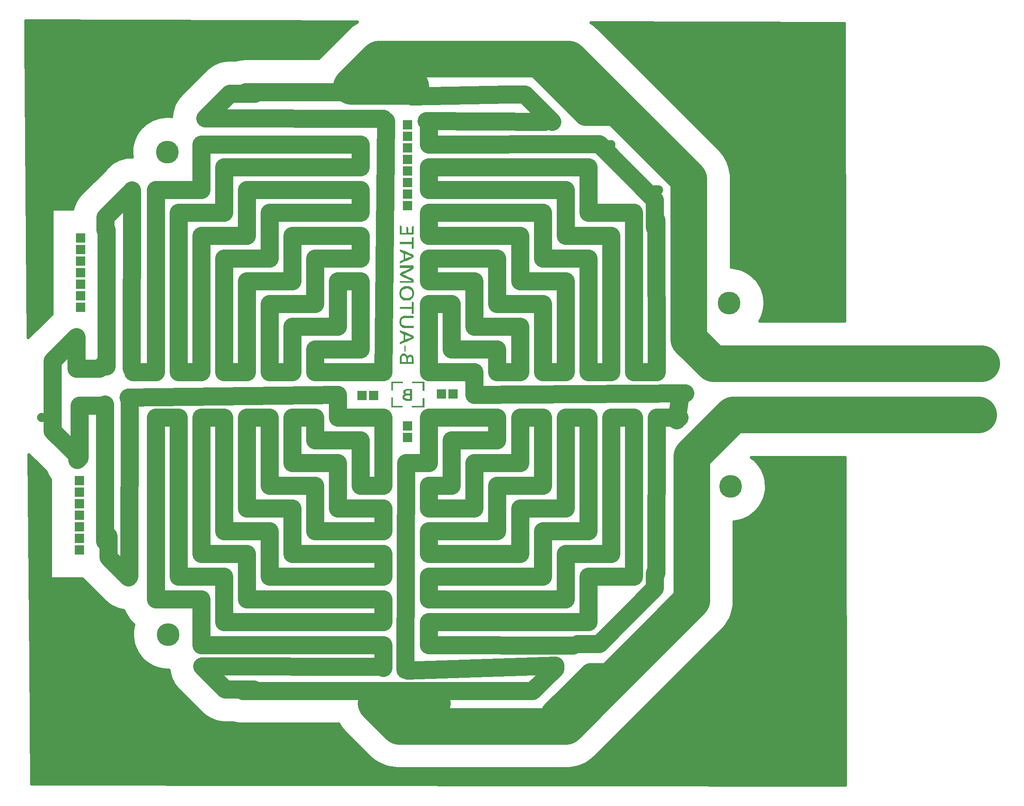
<source format=gbr>
G04 DipTrace 2.4.0.2*
%INTopbed.gbr*%
%MOIN*%
%ADD12C,0.003*%
%ADD13C,0.0394*%
%ADD14C,0.1575*%
%ADD15C,0.315*%
%ADD16C,0.1969*%
%ADD17C,0.025*%
%ADD18C,0.0787*%
%ADD19R,0.0787X0.0787*%
%ADD20R,0.0591X0.0591*%
%ADD21C,0.0591*%
%FSLAX44Y44*%
G04*
G70*
G90*
G75*
G01*
%LNTop*%
%LPD*%
X19314Y14563D2*
D13*
X19501D1*
D14*
X21501Y12563D1*
X23939D1*
D13*
X24595Y11907D1*
X24689Y12000D1*
X19751Y62006D2*
D14*
X21876Y64131D1*
X24064D1*
X23939Y64256D1*
X39378Y11375D2*
D15*
X34503D1*
X36503Y9375D1*
X50942D1*
X61818Y20251D1*
Y32753D1*
X65381Y36315D1*
X86633D1*
X37503Y64756D2*
X32377D1*
X34753Y67131D1*
X51192D1*
X61568Y56755D1*
Y42879D1*
X63693Y40753D1*
X86883D1*
X60505Y35878D2*
D14*
X60818Y38003D1*
X53130Y59755D2*
X53817D1*
X58630Y54942D1*
Y52567D1*
X58755Y52692D1*
X51942Y16501D2*
X53817D1*
X58630Y21314D1*
Y22626D1*
X58755Y22751D1*
Y24377D1*
X46066Y12438D2*
X48067D1*
X50004Y14376D1*
X11125Y52317D2*
Y53442D1*
X13125Y55442D1*
X13250D1*
X11375Y25814D2*
Y24002D1*
X13125Y22251D1*
X45879Y64068D2*
X47379D1*
X49754Y61693D1*
X49629Y10688D2*
X53005Y14063D1*
X54505D1*
X48754Y66194D2*
D16*
X52630Y62318D1*
X55067D1*
X11063Y37128D2*
D14*
X8875D1*
Y32628D1*
X8688Y32440D1*
X11063Y40753D2*
X10625Y40316D1*
X8625D1*
Y43066D1*
X6562Y41003D1*
Y34940D1*
X8875Y32628D1*
X4276Y70195D2*
D17*
X32691D1*
X53253D2*
X74726D1*
X4280Y69947D2*
X32359D1*
X53585D2*
X74984D1*
X4280Y69698D2*
X32094D1*
X53851D2*
X74984D1*
X4284Y69449D2*
X31844D1*
X54101D2*
X74984D1*
X4284Y69201D2*
X31594D1*
X54351D2*
X74984D1*
X4288Y68952D2*
X31348D1*
X54597D2*
X74984D1*
X4288Y68703D2*
X31098D1*
X54847D2*
X74984D1*
X4292Y68455D2*
X30848D1*
X55097D2*
X74984D1*
X4292Y68206D2*
X30601D1*
X55343D2*
X74984D1*
X4296Y67957D2*
X30351D1*
X55593D2*
X74988D1*
X4296Y67708D2*
X30101D1*
X55843D2*
X74988D1*
X4296Y67460D2*
X29855D1*
X56089D2*
X74988D1*
X4300Y67211D2*
X29613D1*
X56339D2*
X74988D1*
X4300Y66962D2*
X21269D1*
X56589D2*
X74988D1*
X4304Y66714D2*
X20555D1*
X56835D2*
X74988D1*
X4304Y66465D2*
X20144D1*
X57085D2*
X74988D1*
X4308Y66216D2*
X19851D1*
X57335D2*
X74988D1*
X4308Y65968D2*
X19601D1*
X57581D2*
X74992D1*
X4312Y65719D2*
X19351D1*
X57831D2*
X74992D1*
X4312Y65470D2*
X19101D1*
X58081D2*
X74992D1*
X4316Y65222D2*
X18855D1*
X58327D2*
X74992D1*
X4316Y64973D2*
X18605D1*
X58577D2*
X74992D1*
X4319Y64724D2*
X18355D1*
X58827D2*
X74992D1*
X4319Y64475D2*
X18109D1*
X59073D2*
X74992D1*
X4323Y64227D2*
X17859D1*
X59323D2*
X74992D1*
X4323Y63978D2*
X17613D1*
X59573D2*
X74992D1*
X4327Y63729D2*
X17406D1*
X59819D2*
X74996D1*
X4327Y63481D2*
X17238D1*
X60069D2*
X74996D1*
X4331Y63232D2*
X17109D1*
X60319D2*
X74996D1*
X4331Y62983D2*
X17004D1*
X60566D2*
X74996D1*
X4335Y62735D2*
X16930D1*
X60816D2*
X74996D1*
X4335Y62486D2*
X16875D1*
X61066D2*
X74996D1*
X4339Y62237D2*
X16844D1*
X61312D2*
X74996D1*
X4339Y61989D2*
X15476D1*
X61562D2*
X74996D1*
X4343Y61740D2*
X14930D1*
X61812D2*
X75000D1*
X4343Y61491D2*
X14562D1*
X62058D2*
X75000D1*
X4347Y61243D2*
X14285D1*
X62308D2*
X75000D1*
X4347Y60994D2*
X14062D1*
X62558D2*
X75000D1*
X4347Y60745D2*
X13883D1*
X62804D2*
X75000D1*
X4351Y60496D2*
X13738D1*
X63054D2*
X75000D1*
X4351Y60248D2*
X13621D1*
X63304D2*
X75000D1*
X4355Y59999D2*
X13531D1*
X63550D2*
X75000D1*
X4355Y59750D2*
X13465D1*
X63800D2*
X75004D1*
X4359Y59502D2*
X13418D1*
X64050D2*
X75004D1*
X4359Y59253D2*
X13394D1*
X64292D2*
X75004D1*
X4362Y59004D2*
X13391D1*
X64503D2*
X75004D1*
X4362Y58756D2*
X13402D1*
X64679D2*
X75004D1*
X4366Y58507D2*
X12488D1*
X64827D2*
X75004D1*
X4366Y58258D2*
X11930D1*
X64948D2*
X75004D1*
X4370Y58010D2*
X11566D1*
X65050D2*
X75004D1*
X4370Y57761D2*
X11297D1*
X65132D2*
X75004D1*
X4374Y57512D2*
X11082D1*
X65191D2*
X75008D1*
X4374Y57264D2*
X10832D1*
X65237D2*
X75008D1*
X4378Y57015D2*
X10586D1*
X65261D2*
X75008D1*
X4378Y56766D2*
X10336D1*
X65273D2*
X75008D1*
X4382Y56517D2*
X10086D1*
X65273D2*
X75008D1*
X4382Y56269D2*
X9840D1*
X65273D2*
X75008D1*
X4386Y56020D2*
X9590D1*
X65273D2*
X75008D1*
X4386Y55771D2*
X9340D1*
X65273D2*
X75008D1*
X4390Y55523D2*
X9094D1*
X65273D2*
X75012D1*
X4390Y55274D2*
X8863D1*
X65273D2*
X75012D1*
X4394Y55025D2*
X8680D1*
X65273D2*
X75012D1*
X4394Y54777D2*
X8535D1*
X65273D2*
X75012D1*
X4394Y54528D2*
X8422D1*
X65273D2*
X75012D1*
X4398Y54279D2*
X8332D1*
X65273D2*
X75012D1*
X4398Y54031D2*
X6476D1*
X65273D2*
X75012D1*
X4401Y53782D2*
X6476D1*
X65273D2*
X75012D1*
X4401Y53533D2*
X6476D1*
X65273D2*
X75016D1*
X4405Y53285D2*
X6476D1*
X65273D2*
X75016D1*
X4405Y53036D2*
X6476D1*
X65273D2*
X75016D1*
X4409Y52787D2*
X6476D1*
X65273D2*
X75016D1*
X4409Y52538D2*
X6476D1*
X65273D2*
X75016D1*
X4413Y52290D2*
X6476D1*
X65273D2*
X75016D1*
X4413Y52041D2*
X6476D1*
X65273D2*
X75016D1*
X4417Y51792D2*
X6476D1*
X65273D2*
X75016D1*
X4417Y51544D2*
X6476D1*
X65273D2*
X75016D1*
X4421Y51295D2*
X6476D1*
X65273D2*
X75019D1*
X4421Y51046D2*
X6476D1*
X65273D2*
X75019D1*
X4425Y50798D2*
X6476D1*
X65273D2*
X75019D1*
X4425Y50549D2*
X6476D1*
X65273D2*
X75019D1*
X4429Y50300D2*
X6476D1*
X65273D2*
X75019D1*
X4429Y50052D2*
X6476D1*
X65273D2*
X75019D1*
X4433Y49803D2*
X6476D1*
X65273D2*
X75019D1*
X4433Y49554D2*
X6476D1*
X65273D2*
X75019D1*
X4437Y49306D2*
X6476D1*
X65273D2*
X75023D1*
X4437Y49057D2*
X6476D1*
X65554D2*
X75023D1*
X4441Y48808D2*
X6476D1*
X66386D2*
X75023D1*
X4441Y48559D2*
X6476D1*
X66827D2*
X75023D1*
X4444Y48311D2*
X6476D1*
X67148D2*
X75023D1*
X4444Y48062D2*
X6476D1*
X67394D2*
X75023D1*
X4444Y47813D2*
X6476D1*
X67597D2*
X75023D1*
X4448Y47565D2*
X6476D1*
X67757D2*
X75023D1*
X4448Y47316D2*
X6476D1*
X67890D2*
X75027D1*
X4452Y47067D2*
X6476D1*
X67991D2*
X75027D1*
X4452Y46819D2*
X6476D1*
X68073D2*
X75027D1*
X4456Y46570D2*
X6476D1*
X68128D2*
X75027D1*
X4456Y46321D2*
X6476D1*
X68163D2*
X75027D1*
X4460Y46073D2*
X6476D1*
X68179D2*
X75027D1*
X4460Y45824D2*
X6476D1*
X68175D2*
X75027D1*
X4464Y45575D2*
X6476D1*
X68151D2*
X75027D1*
X4464Y45327D2*
X6476D1*
X68105D2*
X75027D1*
X4468Y45078D2*
X6476D1*
X68038D2*
X75031D1*
X4468Y44829D2*
X6273D1*
X67948D2*
X75031D1*
X4472Y44580D2*
X6027D1*
X67835D2*
X75031D1*
X4472Y44332D2*
X5777D1*
X4476Y44083D2*
X5527D1*
X4476Y43834D2*
X5281D1*
X4480Y43586D2*
X5031D1*
X4480Y43337D2*
X4781D1*
X4562Y32643D2*
X4746D1*
X4562Y32395D2*
X4996D1*
X67316D2*
X75055D1*
X4566Y32146D2*
X5242D1*
X67554D2*
X75055D1*
X4566Y31897D2*
X5492D1*
X67749D2*
X75055D1*
X4569Y31649D2*
X5742D1*
X67905D2*
X75055D1*
X4569Y31400D2*
X5965D1*
X68030D2*
X75055D1*
X4573Y31151D2*
X6074D1*
X68132D2*
X75055D1*
X4573Y30903D2*
X6215D1*
X68206D2*
X75055D1*
X4577Y30654D2*
X6351D1*
X68261D2*
X75059D1*
X4577Y30405D2*
X6351D1*
X68292D2*
X75059D1*
X4581Y30157D2*
X6351D1*
X68308D2*
X75059D1*
X4581Y29908D2*
X6351D1*
X68300D2*
X75059D1*
X4585Y29659D2*
X6351D1*
X68269D2*
X75059D1*
X4585Y29411D2*
X6351D1*
X68222D2*
X75059D1*
X4589Y29162D2*
X6351D1*
X68151D2*
X75059D1*
X4589Y28913D2*
X6351D1*
X68058D2*
X75059D1*
X4593Y28664D2*
X6351D1*
X67937D2*
X75062D1*
X4593Y28416D2*
X6351D1*
X67788D2*
X75062D1*
X4593Y28167D2*
X6351D1*
X67605D2*
X75062D1*
X4597Y27918D2*
X6351D1*
X67374D2*
X75062D1*
X4597Y27670D2*
X6351D1*
X67089D2*
X75062D1*
X4601Y27421D2*
X6351D1*
X66706D2*
X75062D1*
X4601Y27172D2*
X6351D1*
X66112D2*
X75062D1*
X4605Y26924D2*
X6351D1*
X65523D2*
X75062D1*
X4605Y26675D2*
X6351D1*
X65523D2*
X75066D1*
X4609Y26426D2*
X6351D1*
X65523D2*
X75066D1*
X4609Y26178D2*
X6351D1*
X65523D2*
X75066D1*
X4612Y25929D2*
X6351D1*
X65523D2*
X75066D1*
X4612Y25680D2*
X6351D1*
X65523D2*
X75066D1*
X4616Y25432D2*
X6351D1*
X65523D2*
X75066D1*
X4616Y25183D2*
X6351D1*
X65523D2*
X75066D1*
X4620Y24934D2*
X6351D1*
X65523D2*
X75066D1*
X4620Y24685D2*
X6351D1*
X65523D2*
X75066D1*
X4624Y24437D2*
X6351D1*
X65523D2*
X75070D1*
X4624Y24188D2*
X6351D1*
X65523D2*
X75070D1*
X4628Y23939D2*
X6351D1*
X65523D2*
X75070D1*
X4628Y23691D2*
X6351D1*
X65523D2*
X75070D1*
X4632Y23442D2*
X6351D1*
X65523D2*
X75070D1*
X4632Y23193D2*
X6351D1*
X65523D2*
X75070D1*
X4636Y22945D2*
X6351D1*
X65523D2*
X75070D1*
X4636Y22696D2*
X6351D1*
X65523D2*
X75070D1*
X4640Y22447D2*
X6351D1*
X65523D2*
X75074D1*
X4640Y22199D2*
X6351D1*
X65523D2*
X75074D1*
X4640Y21950D2*
X9312D1*
X65523D2*
X75074D1*
X4644Y21701D2*
X9562D1*
X65523D2*
X75074D1*
X4644Y21453D2*
X9812D1*
X65523D2*
X75074D1*
X4648Y21204D2*
X10059D1*
X65523D2*
X75074D1*
X4648Y20955D2*
X10309D1*
X65523D2*
X75074D1*
X4651Y20706D2*
X10559D1*
X65523D2*
X75074D1*
X4651Y20458D2*
X10805D1*
X65523D2*
X75078D1*
X4655Y20209D2*
X11055D1*
X65523D2*
X75078D1*
X4655Y19960D2*
X11336D1*
X65511D2*
X75078D1*
X4659Y19712D2*
X11719D1*
X65480D2*
X75078D1*
X4659Y19463D2*
X12340D1*
X65437D2*
X75078D1*
X4663Y19214D2*
X12789D1*
X65370D2*
X75078D1*
X4663Y18966D2*
X12910D1*
X65288D2*
X75078D1*
X4667Y18717D2*
X13062D1*
X65187D2*
X75078D1*
X4667Y18468D2*
X13254D1*
X65062D2*
X75078D1*
X4671Y18220D2*
X13496D1*
X64909D2*
X75082D1*
X4671Y17971D2*
X13523D1*
X64730D2*
X75082D1*
X4675Y17722D2*
X13476D1*
X64515D2*
X75082D1*
X4675Y17474D2*
X13453D1*
X64269D2*
X75082D1*
X4679Y17225D2*
X13453D1*
X64019D2*
X75082D1*
X4679Y16976D2*
X13469D1*
X63769D2*
X75082D1*
X4683Y16727D2*
X13508D1*
X63523D2*
X75082D1*
X4683Y16479D2*
X13566D1*
X63273D2*
X75082D1*
X4687Y16230D2*
X13648D1*
X63023D2*
X75086D1*
X4687Y15981D2*
X13754D1*
X62776D2*
X75086D1*
X4691Y15733D2*
X13887D1*
X62526D2*
X75086D1*
X4691Y15484D2*
X14051D1*
X62276D2*
X75086D1*
X4691Y15235D2*
X14254D1*
X62030D2*
X75086D1*
X4694Y14987D2*
X14508D1*
X61780D2*
X75086D1*
X4694Y14738D2*
X14836D1*
X61530D2*
X75086D1*
X4698Y14489D2*
X15289D1*
X61284D2*
X75086D1*
X4698Y14241D2*
X16238D1*
X61034D2*
X75090D1*
X4702Y13992D2*
X16641D1*
X60784D2*
X75090D1*
X4702Y13743D2*
X16703D1*
X60538D2*
X75090D1*
X4706Y13495D2*
X16789D1*
X60288D2*
X75090D1*
X4706Y13246D2*
X16902D1*
X60038D2*
X75090D1*
X4710Y12997D2*
X17047D1*
X59792D2*
X75090D1*
X4710Y12748D2*
X17226D1*
X59542D2*
X75090D1*
X4714Y12500D2*
X17453D1*
X59292D2*
X75090D1*
X4714Y12251D2*
X17699D1*
X59046D2*
X75090D1*
X4718Y12002D2*
X17949D1*
X58796D2*
X75094D1*
X4718Y11754D2*
X18199D1*
X58546D2*
X75094D1*
X4722Y11505D2*
X18445D1*
X58300D2*
X75094D1*
X4722Y11256D2*
X18695D1*
X58050D2*
X75094D1*
X4726Y11008D2*
X18945D1*
X57800D2*
X75094D1*
X4726Y10759D2*
X19191D1*
X57554D2*
X75094D1*
X4730Y10510D2*
X19441D1*
X57304D2*
X75094D1*
X4730Y10262D2*
X19726D1*
X57054D2*
X75094D1*
X4734Y10013D2*
X20113D1*
X56808D2*
X75098D1*
X4734Y9764D2*
X20754D1*
X56558D2*
X75098D1*
X4737Y9516D2*
X31305D1*
X56308D2*
X75098D1*
X4737Y9267D2*
X31465D1*
X56062D2*
X75098D1*
X4741Y9018D2*
X31652D1*
X55812D2*
X75098D1*
X4741Y8769D2*
X31883D1*
X55562D2*
X75098D1*
X4741Y8521D2*
X32129D1*
X55316D2*
X75098D1*
X4745Y8272D2*
X32379D1*
X55066D2*
X75098D1*
X4745Y8023D2*
X32629D1*
X54816D2*
X75101D1*
X4749Y7775D2*
X32875D1*
X54569D2*
X75101D1*
X4749Y7526D2*
X33125D1*
X54319D2*
X75101D1*
X4753Y7277D2*
X33375D1*
X54069D2*
X75101D1*
X4753Y7029D2*
X33621D1*
X53823D2*
X75101D1*
X4757Y6780D2*
X33871D1*
X53573D2*
X75101D1*
X4757Y6531D2*
X34144D1*
X53300D2*
X75101D1*
X4761Y6283D2*
X34488D1*
X52960D2*
X75101D1*
X4761Y6034D2*
X34941D1*
X52503D2*
X75101D1*
X4765Y5785D2*
X35676D1*
X51769D2*
X75105D1*
X4765Y5537D2*
X75105D1*
X4769Y5288D2*
X75105D1*
X4769Y5039D2*
X75105D1*
X4773Y4790D2*
X75105D1*
X4773Y4542D2*
X75105D1*
X50651Y4293D2*
X75105D1*
X13442Y58646D2*
X13420Y58867D1*
X13413Y59117D1*
X13428Y59367D1*
X13462Y59614D1*
X13516Y59858D1*
X13590Y60097D1*
X13683Y60329D1*
X13794Y60553D1*
X13923Y60767D1*
X14069Y60970D1*
X14230Y61161D1*
X14407Y61337D1*
X14598Y61499D1*
X14800Y61645D1*
X15014Y61774D1*
X15238Y61886D1*
X15470Y61979D1*
X15709Y62052D1*
X15953Y62107D1*
X16201Y62141D1*
X16450Y62155D1*
X16700Y62149D1*
X16859Y62134D1*
X16893Y62442D1*
X16942Y62688D1*
X17011Y62928D1*
X17101Y63161D1*
X17211Y63385D1*
X17339Y63600D1*
X17486Y63802D1*
X17707Y64050D1*
X19922Y66261D1*
X20114Y66422D1*
X20318Y66566D1*
X20534Y66691D1*
X20761Y66798D1*
X20995Y66884D1*
X21236Y66950D1*
X21482Y66995D1*
X21731Y67018D1*
X22412Y67022D1*
X22679Y67090D1*
X22926Y67130D1*
X23257Y67149D1*
X29581D1*
X29865Y67445D1*
X32242Y69819D1*
X32430Y69983D1*
X32629Y70134D1*
X32838Y70272D1*
X32920Y70320D1*
X32882Y70343D1*
X4253Y70444D1*
X4266Y68445D1*
X4461Y42989D1*
X6504Y45034D1*
X6503Y49126D1*
Y54126D1*
X8319D1*
X8366Y54304D1*
X8451Y54539D1*
X8555Y54766D1*
X8679Y54983D1*
X8821Y55188D1*
X8981Y55381D1*
X9611Y56017D1*
X11103Y57508D1*
X11263Y57700D1*
X11439Y57878D1*
X11630Y58040D1*
X11833Y58184D1*
X12049Y58311D1*
X12274Y58419D1*
X12508Y58506D1*
X12749Y58573D1*
X12995Y58619D1*
X13243Y58644D1*
X13443Y58648D1*
X16628Y14227D2*
X16414Y14229D1*
X16165Y14251D1*
X15918Y14294D1*
X15676Y14356D1*
X15440Y14437D1*
X15211Y14538D1*
X14991Y14656D1*
X14781Y14792D1*
X14583Y14944D1*
X14398Y15112D1*
X14227Y15295D1*
X14071Y15490D1*
X13932Y15698D1*
X13810Y15916D1*
X13706Y16143D1*
X13621Y16378D1*
X13555Y16619D1*
X13508Y16865D1*
X13482Y17113D1*
X13476Y17363D1*
X13490Y17612D1*
X13524Y17860D1*
X13593Y18153D1*
X13386Y18350D1*
X13221Y18538D1*
X13073Y18739D1*
X12943Y18953D1*
X12832Y19177D1*
X12768Y19334D1*
X12689Y19394D1*
X12443Y19442D1*
X12203Y19512D1*
X11970Y19601D1*
X11746Y19711D1*
X11531Y19840D1*
X11329Y19986D1*
X11081Y20207D1*
X9200Y22098D1*
X9122Y22129D1*
X6378D1*
X6382Y27124D1*
X6378Y27379D1*
X6382Y28124D1*
X6378Y28379D1*
Y30704D1*
X6275Y30848D1*
X6146Y31062D1*
X6037Y31286D1*
X5977Y31435D1*
X4536Y32879D1*
X4670Y14947D1*
X4750Y4374D1*
X75129Y4250D1*
Y5499D1*
X75078Y32636D1*
X66989Y32637D1*
X67115Y32544D1*
X67304Y32381D1*
X67480Y32203D1*
X67640Y32011D1*
X67784Y31807D1*
X67912Y31592D1*
X68021Y31367D1*
X68112Y31134D1*
X68184Y30895D1*
X68237Y30651D1*
X68269Y30403D1*
X68281Y30127D1*
X68271Y29878D1*
X68241Y29629D1*
X68191Y29385D1*
X68121Y29145D1*
X68032Y28911D1*
X67924Y28686D1*
X67798Y28469D1*
X67656Y28264D1*
X67497Y28071D1*
X67323Y27892D1*
X67135Y27727D1*
X66935Y27577D1*
X66723Y27445D1*
X66501Y27330D1*
X66271Y27233D1*
X66033Y27156D1*
X65790Y27098D1*
X65500Y27055D1*
X65496Y26503D1*
X65494Y20126D1*
X65477Y19877D1*
X65443Y19629D1*
X65393Y19384D1*
X65326Y19144D1*
X65242Y18908D1*
X65143Y18679D1*
X65029Y18456D1*
X64899Y18242D1*
X64756Y18038D1*
X64599Y17843D1*
X64331Y17562D1*
X53453Y6687D1*
X53265Y6523D1*
X53066Y6372D1*
X52857Y6234D1*
X52639Y6112D1*
X52413Y6004D1*
X52181Y5912D1*
X51943Y5836D1*
X51700Y5776D1*
X51454Y5733D1*
X51206Y5706D1*
X50817Y5697D1*
X36378Y5699D1*
X36129Y5716D1*
X35881Y5750D1*
X35636Y5800D1*
X35395Y5867D1*
X35160Y5951D1*
X34930Y6050D1*
X34708Y6164D1*
X34494Y6294D1*
X34290Y6437D1*
X34095Y6594D1*
X33814Y6863D1*
X31815Y8864D1*
X31651Y9053D1*
X31499Y9252D1*
X31306Y9549D1*
X22882Y9552D1*
X22633Y9573D1*
X22387Y9616D1*
X22172Y9673D1*
X21376Y9675D1*
X21127Y9696D1*
X20881Y9739D1*
X20640Y9803D1*
X20405Y9888D1*
X20178Y9993D1*
X19961Y10117D1*
X19755Y10259D1*
X19563Y10418D1*
X18927Y11049D1*
X17371Y12609D1*
X17210Y12801D1*
X17066Y13005D1*
X16941Y13221D1*
X16834Y13447D1*
X16748Y13682D1*
X16682Y13923D1*
X16639Y14157D1*
X68154Y45879D2*
X68133Y45630D1*
X68093Y45383D1*
X68033Y45141D1*
X67953Y44904D1*
X67855Y44674D1*
X67724Y44430D1*
X70568Y44432D1*
X75057D1*
X75007Y70194D1*
X53104Y70272D1*
X53372Y70094D1*
X53568Y69939D1*
X53793Y69732D1*
X64256Y59266D1*
X64420Y59078D1*
X64571Y58879D1*
X64709Y58670D1*
X64831Y58452D1*
X64939Y58227D1*
X65031Y57994D1*
X65108Y57756D1*
X65167Y57514D1*
X65211Y57267D1*
X65237Y57019D1*
X65246Y56630D1*
Y49087D1*
X65516Y49059D1*
X65762Y49013D1*
X66003Y48947D1*
X66238Y48862D1*
X66465Y48758D1*
X66683Y48636D1*
X66891Y48497D1*
X67086Y48341D1*
X67269Y48170D1*
X67437Y47985D1*
X67589Y47787D1*
X67725Y47577D1*
X67844Y47357D1*
X67944Y47128D1*
X68026Y46892D1*
X68088Y46650D1*
X68130Y46404D1*
X68152Y46155D1*
X68154Y45879D1*
D16*
X16501Y59068D3*
X16563Y17313D3*
X65193Y30127D3*
X65068Y46004D3*
D19*
X37253Y54442D3*
Y55442D3*
Y56442D3*
Y57442D3*
Y58442D3*
Y59442D3*
Y60442D3*
Y61442D3*
X9000Y45629D3*
Y46629D3*
Y47629D3*
Y48629D3*
Y49629D3*
Y50629D3*
Y51629D3*
X8875Y24627D3*
Y25627D3*
Y26627D3*
Y27627D3*
Y28627D3*
Y29627D3*
Y30627D3*
D20*
Y24627D3*
D21*
Y25627D3*
Y26627D3*
Y27627D3*
Y28627D3*
Y29627D3*
Y30627D3*
D19*
X33315Y38003D3*
X34315D3*
X40191Y38128D3*
X41191D3*
X37253Y34378D3*
Y35378D3*
Y14188D2*
D14*
X50004Y14626D1*
X19501Y14563D2*
X34909Y14537D1*
X23007Y12440D2*
X34818D1*
X34446D2*
X46257D1*
X19751Y62006D2*
X35159Y61979D1*
X38878Y61756D2*
X49129Y61693D1*
X37633Y63883D2*
X45879Y64068D1*
X23257Y64258D2*
X35068D1*
X13493Y40034D2*
D18*
G02X13493Y40034I13J0D01*
G01*
X15474D2*
D14*
X13506D1*
X13493D2*
D18*
G02X13493Y40034I13J0D01*
G01*
X15461D2*
G02X15461Y40034I13J0D01*
G01*
X15474Y55782D2*
D14*
Y40034D1*
X15461D2*
D18*
G02X15461Y40034I13J0D01*
G01*
Y55782D2*
G02X15461Y55782I13J0D01*
G01*
X19411D2*
D14*
X15474D1*
X15461D2*
D18*
G02X15461Y55782I13J0D01*
G01*
X19398D2*
G02X19398Y55782I13J0D01*
G01*
X19411Y59719D2*
D14*
Y55782D1*
X19398D2*
D18*
G02X19398Y55782I13J0D01*
G01*
Y59719D2*
G02X19398Y59719I13J0D01*
G01*
X33191D2*
D14*
X19411D1*
X19398D2*
D18*
G02X19398Y59719I13J0D01*
G01*
X33178D2*
G02X33178Y59719I13J0D01*
G01*
X33191Y57751D2*
D14*
Y59719D1*
X33178D2*
D18*
G02X33178Y59719I13J0D01*
G01*
Y57751D2*
G02X33178Y57751I13J0D01*
G01*
X21380D2*
D14*
X33191D1*
X33178D2*
D18*
G02X33178Y57751I13J0D01*
G01*
X21367D2*
G02X21367Y57751I13J0D01*
G01*
X21380Y53814D2*
D14*
Y57751D1*
X21367D2*
D18*
G02X21367Y57751I13J0D01*
G01*
Y53814D2*
G02X21367Y53814I13J0D01*
G01*
X17443D2*
D14*
X21380D1*
X21367D2*
D18*
G02X21367Y53814I13J0D01*
G01*
X17430D2*
G02X17430Y53814I13J0D01*
G01*
X17443Y40034D2*
D14*
Y53814D1*
X17430D2*
D18*
G02X17430Y53814I13J0D01*
G01*
Y40034D2*
G02X17430Y40034I13J0D01*
G01*
X19411D2*
D14*
X17443D1*
X17430D2*
D18*
G02X17430Y40034I13J0D01*
G01*
X19398D2*
G02X19398Y40034I13J0D01*
G01*
X19411Y51845D2*
D14*
Y40034D1*
X19398D2*
D18*
G02X19398Y40034I13J0D01*
G01*
Y51845D2*
G02X19398Y51845I13J0D01*
G01*
X23348D2*
D14*
X19411D1*
X19398D2*
D18*
G02X19398Y51845I13J0D01*
G01*
X23335D2*
G02X23335Y51845I13J0D01*
G01*
X23348Y55782D2*
D14*
Y51845D1*
X23335D2*
D18*
G02X23335Y51845I13J0D01*
G01*
Y55782D2*
G02X23335Y55782I13J0D01*
G01*
X33191D2*
D14*
X23348D1*
X23335D2*
D18*
G02X23335Y55782I13J0D01*
G01*
X33178D2*
G02X33178Y55782I13J0D01*
G01*
X33191Y53814D2*
D14*
Y55782D1*
X33178D2*
D18*
G02X33178Y55782I13J0D01*
G01*
Y53814D2*
G02X33178Y53814I13J0D01*
G01*
X25317D2*
D14*
X33191D1*
X33178D2*
D18*
G02X33178Y53814I13J0D01*
G01*
X25304D2*
G02X25304Y53814I13J0D01*
G01*
X25317Y49877D2*
D14*
Y53814D1*
X25304D2*
D18*
G02X25304Y53814I13J0D01*
G01*
Y49877D2*
G02X25304Y49877I13J0D01*
G01*
X21380D2*
D14*
X25317D1*
X25304D2*
D18*
G02X25304Y49877I13J0D01*
G01*
X21367D2*
G02X21367Y49877I13J0D01*
G01*
X21380Y40034D2*
D14*
Y49877D1*
X21367D2*
D18*
G02X21367Y49877I13J0D01*
G01*
Y40034D2*
G02X21367Y40034I13J0D01*
G01*
X23348D2*
D14*
X21380D1*
X21367D2*
D18*
G02X21367Y40034I13J0D01*
G01*
X23335D2*
G02X23335Y40034I13J0D01*
G01*
X23348Y47908D2*
D14*
Y40034D1*
X23335D2*
D18*
G02X23335Y40034I13J0D01*
G01*
Y47908D2*
G02X23335Y47908I13J0D01*
G01*
X27285D2*
D14*
X23348D1*
X23335D2*
D18*
G02X23335Y47908I13J0D01*
G01*
X27272D2*
G02X27272Y47908I13J0D01*
G01*
X27285Y51845D2*
D14*
Y47908D1*
X27272D2*
D18*
G02X27272Y47908I13J0D01*
G01*
Y51845D2*
G02X27272Y51845I13J0D01*
G01*
X33191D2*
D14*
X27285D1*
X27272D2*
D18*
G02X27272Y51845I13J0D01*
G01*
X33178D2*
G02X33178Y51845I13J0D01*
G01*
X33191Y49877D2*
D14*
Y51845D1*
X33178D2*
D18*
G02X33178Y51845I13J0D01*
G01*
Y49877D2*
G02X33178Y49877I13J0D01*
G01*
X29254D2*
D14*
X33191D1*
X33178D2*
D18*
G02X33178Y49877I13J0D01*
G01*
X29241D2*
G02X29241Y49877I13J0D01*
G01*
X29254Y45940D2*
D14*
Y49877D1*
X29241D2*
D18*
G02X29241Y49877I13J0D01*
G01*
Y45940D2*
G02X29241Y45940I13J0D01*
G01*
X25317D2*
D14*
X29254D1*
X29241D2*
D18*
G02X29241Y45940I13J0D01*
G01*
X25304D2*
G02X25304Y45940I13J0D01*
G01*
X25317Y40034D2*
D14*
Y45940D1*
X25304D2*
D18*
G02X25304Y45940I13J0D01*
G01*
Y40034D2*
G02X25304Y40034I13J0D01*
G01*
X27285D2*
D14*
X25317D1*
X25304D2*
D18*
G02X25304Y40034I13J0D01*
G01*
X27272D2*
G02X27272Y40034I13J0D01*
G01*
X27285Y43971D2*
D14*
Y40034D1*
X27272D2*
D18*
G02X27272Y40034I13J0D01*
G01*
Y43971D2*
G02X27272Y43971I13J0D01*
G01*
X31222D2*
D14*
X27285D1*
X27272D2*
D18*
G02X27272Y43971I13J0D01*
G01*
X31209D2*
G02X31209Y43971I13J0D01*
G01*
X31222Y47908D2*
D14*
Y43971D1*
X31209D2*
D18*
G02X31209Y43971I13J0D01*
G01*
Y47908D2*
G02X31209Y47908I13J0D01*
G01*
X33191D2*
D14*
X31222D1*
X31209D2*
D18*
G02X31209Y47908I13J0D01*
G01*
X33178D2*
G02X33178Y47908I13J0D01*
G01*
X33191Y42003D2*
D14*
Y47908D1*
X33178D2*
D18*
G02X33178Y47908I13J0D01*
G01*
Y42003D2*
G02X33178Y42003I13J0D01*
G01*
X29254D2*
D14*
X33191D1*
X33178D2*
D18*
G02X33178Y42003I13J0D01*
G01*
X29241D2*
G02X29241Y42003I13J0D01*
G01*
X29254Y40034D2*
D14*
Y42003D1*
X29241D2*
D18*
G02X29241Y42003I13J0D01*
G01*
Y40034D2*
G02X29241Y40034I13J0D01*
G01*
X35159D2*
D14*
X29254D1*
X29241D2*
D18*
G02X29241Y40034I13J0D01*
G01*
X35146D2*
G02X35146Y40034I13J0D01*
G01*
X35159D2*
D14*
X35378Y61756D1*
X35146Y40034D2*
D18*
G02X35146Y40034I13J0D01*
G01*
X5619Y36097D2*
G02X5619Y36097I13J0D01*
G01*
G02X5619Y36097I13J0D01*
G01*
X35146Y14444D2*
G02X35146Y14444I13J0D01*
G01*
X35159Y16412D2*
D14*
Y14444D1*
X35146D2*
D18*
G02X35146Y14444I13J0D01*
G01*
Y16412D2*
G02X35146Y16412I13J0D01*
G01*
X19411D2*
D14*
X35159D1*
X35146D2*
D18*
G02X35146Y16412I13J0D01*
G01*
X19398D2*
G02X19398Y16412I13J0D01*
G01*
X19411Y20349D2*
D14*
Y16412D1*
X19398D2*
D18*
G02X19398Y16412I13J0D01*
G01*
Y20349D2*
G02X19398Y20349I13J0D01*
G01*
X15474D2*
D14*
X19411D1*
X19398D2*
D18*
G02X19398Y20349I13J0D01*
G01*
X15461D2*
G02X15461Y20349I13J0D01*
G01*
X15474Y36097D2*
D14*
Y20349D1*
X15461D2*
D18*
G02X15461Y20349I13J0D01*
G01*
Y36097D2*
G02X15461Y36097I13J0D01*
G01*
X17443D2*
D14*
X15474D1*
X15461D2*
D18*
G02X15461Y36097I13J0D01*
G01*
X17430D2*
G02X17430Y36097I13J0D01*
G01*
X17443Y22318D2*
D14*
Y36097D1*
X17430D2*
D18*
G02X17430Y36097I13J0D01*
G01*
Y22318D2*
G02X17430Y22318I13J0D01*
G01*
X21380D2*
D14*
X17443D1*
X17430D2*
D18*
G02X17430Y22318I13J0D01*
G01*
X21367D2*
G02X21367Y22318I13J0D01*
G01*
X21380Y18381D2*
D14*
Y22318D1*
X21367D2*
D18*
G02X21367Y22318I13J0D01*
G01*
Y18381D2*
G02X21367Y18381I13J0D01*
G01*
X35159D2*
D14*
X21380D1*
X21367D2*
D18*
G02X21367Y18381I13J0D01*
G01*
X35146D2*
G02X35146Y18381I13J0D01*
G01*
X35159Y20349D2*
D14*
Y18381D1*
X35146D2*
D18*
G02X35146Y18381I13J0D01*
G01*
Y20349D2*
G02X35146Y20349I13J0D01*
G01*
X23348D2*
D14*
X35159D1*
X35146D2*
D18*
G02X35146Y20349I13J0D01*
G01*
X23335D2*
G02X23335Y20349I13J0D01*
G01*
X23348Y24286D2*
D14*
Y20349D1*
X23335D2*
D18*
G02X23335Y20349I13J0D01*
G01*
Y24286D2*
G02X23335Y24286I13J0D01*
G01*
X19411D2*
D14*
X23348D1*
X23335D2*
D18*
G02X23335Y24286I13J0D01*
G01*
X19398D2*
G02X19398Y24286I13J0D01*
G01*
X19411Y36097D2*
D14*
Y24286D1*
X19398D2*
D18*
G02X19398Y24286I13J0D01*
G01*
Y36097D2*
G02X19398Y36097I13J0D01*
G01*
X21380D2*
D14*
X19411D1*
X19398D2*
D18*
G02X19398Y36097I13J0D01*
G01*
X21367D2*
G02X21367Y36097I13J0D01*
G01*
X21380Y26255D2*
D14*
Y36097D1*
X21367D2*
D18*
G02X21367Y36097I13J0D01*
G01*
Y26255D2*
G02X21367Y26255I13J0D01*
G01*
X25317D2*
D14*
X21380D1*
X21367D2*
D18*
G02X21367Y26255I13J0D01*
G01*
X25304D2*
G02X25304Y26255I13J0D01*
G01*
X25317Y22318D2*
D14*
Y26255D1*
X25304D2*
D18*
G02X25304Y26255I13J0D01*
G01*
Y22318D2*
G02X25304Y22318I13J0D01*
G01*
X35159D2*
D14*
X25317D1*
X25304D2*
D18*
G02X25304Y22318I13J0D01*
G01*
X35146D2*
G02X35146Y22318I13J0D01*
G01*
X35159Y24286D2*
D14*
Y22318D1*
X35146D2*
D18*
G02X35146Y22318I13J0D01*
G01*
Y24286D2*
G02X35146Y24286I13J0D01*
G01*
X27285D2*
D14*
X35159D1*
X35146D2*
D18*
G02X35146Y24286I13J0D01*
G01*
X27272D2*
G02X27272Y24286I13J0D01*
G01*
X27285Y28223D2*
D14*
Y24286D1*
X27272D2*
D18*
G02X27272Y24286I13J0D01*
G01*
Y28223D2*
G02X27272Y28223I13J0D01*
G01*
X23348D2*
D14*
X27285D1*
X27272D2*
D18*
G02X27272Y28223I13J0D01*
G01*
X23335D2*
G02X23335Y28223I13J0D01*
G01*
X23348Y36097D2*
D14*
Y28223D1*
X23335D2*
D18*
G02X23335Y28223I13J0D01*
G01*
Y36097D2*
G02X23335Y36097I13J0D01*
G01*
X25317D2*
D14*
X23348D1*
X23335D2*
D18*
G02X23335Y36097I13J0D01*
G01*
X25304D2*
G02X25304Y36097I13J0D01*
G01*
X25317Y30192D2*
D14*
Y36097D1*
X25304D2*
D18*
G02X25304Y36097I13J0D01*
G01*
Y30192D2*
G02X25304Y30192I13J0D01*
G01*
X29254D2*
D14*
X25317D1*
X25304D2*
D18*
G02X25304Y30192I13J0D01*
G01*
X29241D2*
G02X29241Y30192I13J0D01*
G01*
X29254Y26255D2*
D14*
Y30192D1*
X29241D2*
D18*
G02X29241Y30192I13J0D01*
G01*
Y26255D2*
G02X29241Y26255I13J0D01*
G01*
X35159D2*
D14*
X29254D1*
X29241D2*
D18*
G02X29241Y26255I13J0D01*
G01*
X35146D2*
G02X35146Y26255I13J0D01*
G01*
X35159Y28223D2*
D14*
Y26255D1*
X35146D2*
D18*
G02X35146Y26255I13J0D01*
G01*
Y28223D2*
G02X35146Y28223I13J0D01*
G01*
X31222D2*
D14*
X35159D1*
X35146D2*
D18*
G02X35146Y28223I13J0D01*
G01*
X31209D2*
G02X31209Y28223I13J0D01*
G01*
X31222Y32160D2*
D14*
Y28223D1*
X31209D2*
D18*
G02X31209Y28223I13J0D01*
G01*
Y32160D2*
G02X31209Y32160I13J0D01*
G01*
X27285D2*
D14*
X31222D1*
X31209D2*
D18*
G02X31209Y32160I13J0D01*
G01*
X27272D2*
G02X27272Y32160I13J0D01*
G01*
X27285Y36097D2*
D14*
Y32160D1*
X27272D2*
D18*
G02X27272Y32160I13J0D01*
G01*
Y36097D2*
G02X27272Y36097I13J0D01*
G01*
X29254D2*
D14*
X27285D1*
X27272D2*
D18*
G02X27272Y36097I13J0D01*
G01*
X29241D2*
G02X29241Y36097I13J0D01*
G01*
X29254Y34129D2*
D14*
Y36097D1*
X29241D2*
D18*
G02X29241Y36097I13J0D01*
G01*
Y34129D2*
G02X29241Y34129I13J0D01*
G01*
X33191D2*
D14*
X29254D1*
X29241D2*
D18*
G02X29241Y34129I13J0D01*
G01*
X33178D2*
G02X33178Y34129I13J0D01*
G01*
X33191Y30192D2*
D14*
Y34129D1*
X33178D2*
D18*
G02X33178Y34129I13J0D01*
G01*
Y30192D2*
G02X33178Y30192I13J0D01*
G01*
X35159D2*
D14*
X33191D1*
X33178D2*
D18*
G02X33178Y30192I13J0D01*
G01*
X35146D2*
G02X35146Y30192I13J0D01*
G01*
X35159Y36097D2*
D14*
Y30192D1*
X35146D2*
D18*
G02X35146Y30192I13J0D01*
G01*
Y36097D2*
G02X35146Y36097I13J0D01*
G01*
X31222D2*
D14*
X35159D1*
X35146D2*
D18*
G02X35146Y36097I13J0D01*
G01*
X31209D2*
G02X31209Y36097I13J0D01*
G01*
X31222Y38066D2*
D14*
Y36097D1*
X31209D2*
D18*
G02X31209Y36097I13J0D01*
G01*
Y38066D2*
G02X31209Y38066I13J0D01*
G01*
X13125Y37816D2*
D14*
X31222Y38066D1*
X31209D2*
D18*
G02X31209Y38066I13J0D01*
G01*
X60737Y36097D2*
G02X60737Y36097I13J0D01*
G01*
X58782D2*
D14*
X60750D1*
X60737D2*
D18*
G02X60737Y36097I13J0D01*
G01*
X58768D2*
G02X58768Y36097I13J0D01*
G01*
X58755Y22626D2*
D14*
X58782Y36097D1*
X58768D2*
D18*
G02X58768Y36097I13J0D01*
G01*
X13378Y40349D2*
D14*
X13404Y55758D1*
X13191Y22347D2*
X13217Y37756D1*
X11223Y40538D2*
Y52349D1*
X39096Y16412D2*
X51567Y16376D1*
X39083Y16412D2*
D18*
G02X39083Y16412I13J0D01*
G01*
X39096Y18381D2*
D14*
Y16412D1*
X39083D2*
D18*
G02X39083Y16412I13J0D01*
G01*
Y18381D2*
G02X39083Y18381I13J0D01*
G01*
X52876D2*
D14*
X39096D1*
X39083D2*
D18*
G02X39083Y18381I13J0D01*
G01*
X52863D2*
G02X52863Y18381I13J0D01*
G01*
X52876Y22318D2*
D14*
Y18381D1*
X52863D2*
D18*
G02X52863Y18381I13J0D01*
G01*
Y22318D2*
G02X52863Y22318I13J0D01*
G01*
X56813D2*
D14*
X52876D1*
X52863D2*
D18*
G02X52863Y22318I13J0D01*
G01*
X56800D2*
G02X56800Y22318I13J0D01*
G01*
X56813Y36097D2*
D14*
Y22318D1*
X56800D2*
D18*
G02X56800Y22318I13J0D01*
G01*
Y36097D2*
G02X56800Y36097I13J0D01*
G01*
X54845D2*
D14*
X56813D1*
X56800D2*
D18*
G02X56800Y36097I13J0D01*
G01*
X54831D2*
G02X54831Y36097I13J0D01*
G01*
X54845Y24286D2*
D14*
Y36097D1*
X54831D2*
D18*
G02X54831Y36097I13J0D01*
G01*
Y24286D2*
G02X54831Y24286I13J0D01*
G01*
X50908D2*
D14*
X54845D1*
X54831D2*
D18*
G02X54831Y24286I13J0D01*
G01*
X50894D2*
G02X50894Y24286I13J0D01*
G01*
X50908Y20349D2*
D14*
Y24286D1*
X50894D2*
D18*
G02X50894Y24286I13J0D01*
G01*
Y20349D2*
G02X50894Y20349I13J0D01*
G01*
X39096D2*
D14*
X50908D1*
X50894D2*
D18*
G02X50894Y20349I13J0D01*
G01*
X39083D2*
G02X39083Y20349I13J0D01*
G01*
X39096Y22318D2*
D14*
Y20349D1*
X39083D2*
D18*
G02X39083Y20349I13J0D01*
G01*
Y22318D2*
G02X39083Y22318I13J0D01*
G01*
X48939D2*
D14*
X39096D1*
X39083D2*
D18*
G02X39083Y22318I13J0D01*
G01*
X48926D2*
G02X48926Y22318I13J0D01*
G01*
X48939Y26255D2*
D14*
Y22318D1*
X48926D2*
D18*
G02X48926Y22318I13J0D01*
G01*
Y26255D2*
G02X48926Y26255I13J0D01*
G01*
X52876D2*
D14*
X48939D1*
X48926D2*
D18*
G02X48926Y26255I13J0D01*
G01*
X52863D2*
G02X52863Y26255I13J0D01*
G01*
X52876Y36097D2*
D14*
Y26255D1*
X52863D2*
D18*
G02X52863Y26255I13J0D01*
G01*
Y36097D2*
G02X52863Y36097I13J0D01*
G01*
X50908D2*
D14*
X52876D1*
X52863D2*
D18*
G02X52863Y36097I13J0D01*
G01*
X50894D2*
G02X50894Y36097I13J0D01*
G01*
X50908Y28223D2*
D14*
Y36097D1*
X50894D2*
D18*
G02X50894Y36097I13J0D01*
G01*
Y28223D2*
G02X50894Y28223I13J0D01*
G01*
X46971D2*
D14*
X50908D1*
X50894D2*
D18*
G02X50894Y28223I13J0D01*
G01*
X46957D2*
G02X46957Y28223I13J0D01*
G01*
X46971Y24286D2*
D14*
Y28223D1*
X46957D2*
D18*
G02X46957Y28223I13J0D01*
G01*
Y24286D2*
G02X46957Y24286I13J0D01*
G01*
X39096D2*
D14*
X46971D1*
X46957D2*
D18*
G02X46957Y24286I13J0D01*
G01*
X39083D2*
G02X39083Y24286I13J0D01*
G01*
X39096Y26255D2*
D14*
Y24286D1*
X39083D2*
D18*
G02X39083Y24286I13J0D01*
G01*
Y26255D2*
G02X39083Y26255I13J0D01*
G01*
X45002D2*
D14*
X39096D1*
X39083D2*
D18*
G02X39083Y26255I13J0D01*
G01*
X44989D2*
G02X44989Y26255I13J0D01*
G01*
X45002Y30192D2*
D14*
Y26255D1*
X44989D2*
D18*
G02X44989Y26255I13J0D01*
G01*
Y30192D2*
G02X44989Y30192I13J0D01*
G01*
X48939D2*
D14*
X45002D1*
X44989D2*
D18*
G02X44989Y30192I13J0D01*
G01*
X48926D2*
G02X48926Y30192I13J0D01*
G01*
X48939Y36097D2*
D14*
Y30192D1*
X48926D2*
D18*
G02X48926Y30192I13J0D01*
G01*
Y36097D2*
G02X48926Y36097I13J0D01*
G01*
X46971D2*
D14*
X48939D1*
X48926D2*
D18*
G02X48926Y36097I13J0D01*
G01*
X46957D2*
G02X46957Y36097I13J0D01*
G01*
X46971Y32160D2*
D14*
Y36097D1*
X46957D2*
D18*
G02X46957Y36097I13J0D01*
G01*
Y32160D2*
G02X46957Y32160I13J0D01*
G01*
X43034D2*
D14*
X46971D1*
X46957D2*
D18*
G02X46957Y32160I13J0D01*
G01*
X43020D2*
G02X43020Y32160I13J0D01*
G01*
X43034Y28223D2*
D14*
Y32160D1*
X43020D2*
D18*
G02X43020Y32160I13J0D01*
G01*
Y28223D2*
G02X43020Y28223I13J0D01*
G01*
X39096D2*
D14*
X43034D1*
X43020D2*
D18*
G02X43020Y28223I13J0D01*
G01*
X39083D2*
G02X39083Y28223I13J0D01*
G01*
X39096Y30192D2*
D14*
Y28223D1*
X39083D2*
D18*
G02X39083Y28223I13J0D01*
G01*
Y30192D2*
G02X39083Y30192I13J0D01*
G01*
X41065D2*
D14*
X39096D1*
X39083D2*
D18*
G02X39083Y30192I13J0D01*
G01*
X41052D2*
G02X41052Y30192I13J0D01*
G01*
X41065Y34129D2*
D14*
Y30192D1*
X41052D2*
D18*
G02X41052Y30192I13J0D01*
G01*
Y34129D2*
G02X41052Y34129I13J0D01*
G01*
X45002D2*
D14*
X41065D1*
X41052D2*
D18*
G02X41052Y34129I13J0D01*
G01*
X44989D2*
G02X44989Y34129I13J0D01*
G01*
X45002Y36097D2*
D14*
Y34129D1*
X44989D2*
D18*
G02X44989Y34129I13J0D01*
G01*
Y36097D2*
G02X44989Y36097I13J0D01*
G01*
X39096D2*
D14*
X45002D1*
X44989D2*
D18*
G02X44989Y36097I13J0D01*
G01*
X39083D2*
G02X39083Y36097I13J0D01*
G01*
X39096D2*
D14*
Y32160D1*
X39083D2*
D18*
G02X39083Y32160I13J0D01*
G01*
Y36097D2*
G02X39083Y36097I13J0D01*
G01*
X39096Y32160D2*
D14*
X37128D1*
X37115D2*
D18*
G02X37115Y32160I13J0D01*
G01*
X39083D2*
G02X39083Y32160I13J0D01*
G01*
X37128D2*
D14*
X37065Y14251D1*
X37115Y32160D2*
D18*
G02X37115Y32160I13J0D01*
G01*
X39083Y61688D2*
G02X39083Y61688I13J0D01*
G01*
X39096Y59719D2*
D14*
Y61688D1*
X39083D2*
D18*
G02X39083Y61688I13J0D01*
G01*
Y59719D2*
G02X39083Y59719I13J0D01*
G01*
X52880Y59755D2*
D14*
X39096Y59719D1*
X39083D2*
D18*
G02X39083Y59719I13J0D01*
G01*
X54831D2*
G02X54831Y59719I13J0D01*
G01*
G02X54831Y59719I13J0D01*
G01*
X58943Y55782D2*
Y55783D1*
Y55784D1*
Y55785D1*
Y55786D1*
Y55787D1*
Y55788D1*
Y55789D1*
Y55790D1*
Y55791D1*
Y55792D1*
Y55793D1*
Y55794D1*
Y55795D1*
Y55794D1*
Y55793D1*
Y55792D1*
Y55791D1*
Y55790D1*
Y55789D1*
Y55788D1*
Y55787D1*
Y55786D1*
Y55785D1*
Y55784D1*
Y55783D1*
Y55782D1*
Y55781D1*
Y55780D1*
Y55779D1*
Y55778D1*
Y55777D1*
Y55776D1*
Y55775D1*
Y55774D1*
Y55773D1*
Y55772D1*
Y55771D1*
Y55770D1*
Y55769D1*
Y55770D1*
Y55771D1*
Y55772D1*
Y55773D1*
Y55774D1*
Y55775D1*
Y55776D1*
Y55777D1*
Y55778D1*
Y55779D1*
Y55780D1*
Y55781D1*
Y55782D1*
X58782Y40034D2*
D14*
X58755Y53192D1*
X58630Y55782D2*
D18*
Y55783D1*
X58631Y55784D1*
X58632Y55785D1*
X58633Y55786D1*
X58635Y55787D1*
X58637D1*
X58640Y55788D1*
X58643Y55789D1*
X58646Y55790D1*
X58649Y55791D1*
X58653D1*
X58657Y55792D1*
X58662D1*
X58666Y55793D1*
X58671D1*
X58676Y55794D1*
X58682D1*
X58687Y55795D1*
X58693D1*
X58698D1*
X58704D1*
X58710D1*
X58715D1*
X58721D1*
X58727D1*
X58732D1*
X58738D1*
X58743Y55794D1*
X58748D1*
X58754Y55793D1*
X58758D1*
X58763Y55792D1*
X58767D1*
X58772Y55791D1*
X58775D1*
X58779Y55790D1*
X58782Y55789D1*
X58785Y55788D1*
X58788Y55787D1*
X58790D1*
X58791Y55786D1*
X58793Y55785D1*
X58794Y55784D1*
Y55783D1*
X58795Y55782D1*
X58794Y55781D1*
Y55780D1*
X58793Y55779D1*
X58791D1*
X58790Y55778D1*
X58788Y55777D1*
X58785Y55776D1*
X58782Y55775D1*
X58779Y55774D1*
X58775D1*
X58772Y55773D1*
X58767Y55772D1*
X58763D1*
X58758Y55771D1*
X58754D1*
X58748Y55770D1*
X58743D1*
X58738D1*
X58732Y55769D1*
X58727D1*
X58721D1*
X58715D1*
X58710D1*
X58704D1*
X58698D1*
X58693D1*
X58687Y55770D1*
X58682D1*
X58676D1*
X58671Y55771D1*
X58666D1*
X58662Y55772D1*
X58657D1*
X58653Y55773D1*
X58649Y55774D1*
X58646D1*
X58643Y55775D1*
X58640Y55776D1*
X58637Y55777D1*
X58635Y55778D1*
X58633Y55779D1*
X58632D1*
X58631Y55780D1*
X58630Y55781D1*
Y55782D1*
X58768Y40034D2*
G02X58768Y40034I13J0D01*
G01*
X56813D2*
D14*
X58782D1*
X58768D2*
D18*
G02X58768Y40034I13J0D01*
G01*
X56800D2*
G02X56800Y40034I13J0D01*
G01*
X56813Y53814D2*
D14*
Y40034D1*
X56800D2*
D18*
G02X56800Y40034I13J0D01*
G01*
Y53814D2*
G02X56800Y53814I13J0D01*
G01*
X52876D2*
D14*
X56813D1*
X56800D2*
D18*
G02X56800Y53814I13J0D01*
G01*
X52863D2*
G02X52863Y53814I13J0D01*
G01*
X52876Y57751D2*
D14*
Y53814D1*
X52863D2*
D18*
G02X52863Y53814I13J0D01*
G01*
Y57751D2*
G02X52863Y57751I13J0D01*
G01*
X39096D2*
D14*
X52876D1*
X52863D2*
D18*
G02X52863Y57751I13J0D01*
G01*
X39083D2*
G02X39083Y57751I13J0D01*
G01*
X39096Y55782D2*
D14*
Y57751D1*
X39083D2*
D18*
G02X39083Y57751I13J0D01*
G01*
Y55782D2*
G02X39083Y55782I13J0D01*
G01*
X50908D2*
D14*
X39096D1*
X39083D2*
D18*
G02X39083Y55782I13J0D01*
G01*
X50894D2*
G02X50894Y55782I13J0D01*
G01*
X50908Y51845D2*
D14*
Y55782D1*
X50894D2*
D18*
G02X50894Y55782I13J0D01*
G01*
Y51845D2*
G02X50894Y51845I13J0D01*
G01*
X54845D2*
D14*
X50908D1*
X50894D2*
D18*
G02X50894Y51845I13J0D01*
G01*
X54831D2*
G02X54831Y51845I13J0D01*
G01*
X54845Y40034D2*
D14*
Y51845D1*
X54831D2*
D18*
G02X54831Y51845I13J0D01*
G01*
Y40034D2*
G02X54831Y40034I13J0D01*
G01*
X52876D2*
D14*
X54845D1*
X54831D2*
D18*
G02X54831Y40034I13J0D01*
G01*
X52863D2*
G02X52863Y40034I13J0D01*
G01*
X52876Y49877D2*
D14*
Y40034D1*
X52863D2*
D18*
G02X52863Y40034I13J0D01*
G01*
Y49877D2*
G02X52863Y49877I13J0D01*
G01*
X48939D2*
D14*
X52876D1*
X52863D2*
D18*
G02X52863Y49877I13J0D01*
G01*
X48926D2*
G02X48926Y49877I13J0D01*
G01*
X48939Y53814D2*
D14*
Y49877D1*
X48926D2*
D18*
G02X48926Y49877I13J0D01*
G01*
Y53814D2*
G02X48926Y53814I13J0D01*
G01*
X39096D2*
D14*
X48939D1*
X48926D2*
D18*
G02X48926Y53814I13J0D01*
G01*
X39083D2*
G02X39083Y53814I13J0D01*
G01*
X39096Y51845D2*
D14*
Y53814D1*
X39083D2*
D18*
G02X39083Y53814I13J0D01*
G01*
Y51845D2*
G02X39083Y51845I13J0D01*
G01*
X46971D2*
D14*
X39096D1*
X39083D2*
D18*
G02X39083Y51845I13J0D01*
G01*
X46957D2*
G02X46957Y51845I13J0D01*
G01*
X46971Y47908D2*
D14*
Y51845D1*
X46957D2*
D18*
G02X46957Y51845I13J0D01*
G01*
Y47908D2*
G02X46957Y47908I13J0D01*
G01*
X50908D2*
D14*
X46971D1*
X46957D2*
D18*
G02X46957Y47908I13J0D01*
G01*
X50894D2*
G02X50894Y47908I13J0D01*
G01*
X50908Y40034D2*
D14*
Y47908D1*
X50894D2*
D18*
G02X50894Y47908I13J0D01*
G01*
Y40034D2*
G02X50894Y40034I13J0D01*
G01*
X48939D2*
D14*
X50908D1*
X50894D2*
D18*
G02X50894Y40034I13J0D01*
G01*
X48926D2*
G02X48926Y40034I13J0D01*
G01*
X48939Y45940D2*
D14*
Y40034D1*
X48926D2*
D18*
G02X48926Y40034I13J0D01*
G01*
Y45940D2*
G02X48926Y45940I13J0D01*
G01*
X45002D2*
D14*
X48939D1*
X48926D2*
D18*
G02X48926Y45940I13J0D01*
G01*
X44989D2*
G02X44989Y45940I13J0D01*
G01*
X45002Y49877D2*
D14*
Y45940D1*
X44989D2*
D18*
G02X44989Y45940I13J0D01*
G01*
Y49877D2*
G02X44989Y49877I13J0D01*
G01*
X39096D2*
D14*
X45002D1*
X44989D2*
D18*
G02X44989Y49877I13J0D01*
G01*
X39083D2*
G02X39083Y49877I13J0D01*
G01*
X39096Y47908D2*
D14*
Y49877D1*
X39083D2*
D18*
G02X39083Y49877I13J0D01*
G01*
Y47908D2*
G02X39083Y47908I13J0D01*
G01*
X43034D2*
D14*
X39096D1*
X39083D2*
D18*
G02X39083Y47908I13J0D01*
G01*
X43020D2*
G02X43020Y47908I13J0D01*
G01*
X43034Y43971D2*
D14*
Y47908D1*
X43020D2*
D18*
G02X43020Y47908I13J0D01*
G01*
Y43971D2*
G02X43020Y43971I13J0D01*
G01*
X46971D2*
D14*
X43034D1*
X43020D2*
D18*
G02X43020Y43971I13J0D01*
G01*
X46957D2*
G02X46957Y43971I13J0D01*
G01*
X46971Y40034D2*
D14*
Y43971D1*
X46957D2*
D18*
G02X46957Y43971I13J0D01*
G01*
Y40034D2*
G02X46957Y40034I13J0D01*
G01*
X45002D2*
D14*
X46971D1*
X46957D2*
D18*
G02X46957Y40034I13J0D01*
G01*
X44989D2*
G02X44989Y40034I13J0D01*
G01*
X45002Y42003D2*
D14*
Y40034D1*
X44989D2*
D18*
G02X44989Y40034I13J0D01*
G01*
Y42003D2*
G02X44989Y42003I13J0D01*
G01*
X41065D2*
D14*
X45002D1*
X44989D2*
D18*
G02X44989Y42003I13J0D01*
G01*
X41052D2*
G02X41052Y42003I13J0D01*
G01*
X41065Y45940D2*
D14*
Y42003D1*
X41052D2*
D18*
G02X41052Y42003I13J0D01*
G01*
Y45940D2*
G02X41052Y45940I13J0D01*
G01*
X39096D2*
D14*
X41065D1*
X41052D2*
D18*
G02X41052Y45940I13J0D01*
G01*
X39083D2*
G02X39083Y45940I13J0D01*
G01*
X39096Y40034D2*
D14*
Y45940D1*
X39083D2*
D18*
G02X39083Y45940I13J0D01*
G01*
Y40034D2*
G02X39083Y40034I13J0D01*
G01*
X43034D2*
D14*
X39096D1*
X39083D2*
D18*
G02X39083Y40034I13J0D01*
G01*
X43020D2*
G02X43020Y40034I13J0D01*
G01*
X43034Y38066D2*
D14*
Y40034D1*
X43020D2*
D18*
G02X43020Y40034I13J0D01*
G01*
Y38066D2*
G02X43020Y38066I13J0D01*
G01*
X61256Y38191D2*
D14*
X43034Y38066D1*
X43020D2*
D18*
G02X43020Y38066I13J0D01*
G01*
X11098Y25411D2*
D14*
Y37222D1*
X35843Y39196D2*
D12*
X36830D1*
X37668D2*
X38685D1*
X35843Y39166D2*
X36830D1*
X37668D2*
X38685D1*
X35843Y39136D2*
X36830D1*
X37668D2*
X38685D1*
X35843Y39106D2*
X36830D1*
X37668D2*
X38685D1*
X35843Y39076D2*
X35962D1*
X38565D2*
X38685D1*
X35843Y39046D2*
X35962D1*
X38565D2*
X38685D1*
X35843Y39017D2*
X35962D1*
X38565D2*
X38685D1*
X35843Y38987D2*
X35962D1*
X38565D2*
X38685D1*
X35843Y38957D2*
X35962D1*
X38565D2*
X38685D1*
X35843Y38927D2*
X35962D1*
X38565D2*
X38685D1*
X35843Y38897D2*
X35962D1*
X38565D2*
X38685D1*
X35843Y38867D2*
X35962D1*
X38565D2*
X38685D1*
X35843Y38837D2*
X35962D1*
X38565D2*
X38685D1*
X35843Y38807D2*
X35962D1*
X38565D2*
X38685D1*
X35843Y38777D2*
X35962D1*
X38565D2*
X38685D1*
X35843Y38747D2*
X35962D1*
X38565D2*
X38685D1*
X35843Y38717D2*
X35962D1*
X38565D2*
X38685D1*
X35843Y38687D2*
X35962D1*
X38565D2*
X38685D1*
X35843Y38657D2*
X35962D1*
X38565D2*
X38685D1*
X35843Y38628D2*
X35962D1*
X38565D2*
X38685D1*
X35843Y38598D2*
X35962D1*
X38565D2*
X38685D1*
X35843Y38568D2*
X35962D1*
X37159D2*
X37578D1*
X38565D2*
X38685D1*
X35843Y38538D2*
X35962D1*
X37074D2*
X37592D1*
X38565D2*
X38685D1*
X35843Y38508D2*
X35962D1*
X37006D2*
X37600D1*
X38565D2*
X38685D1*
X35843Y38478D2*
X35962D1*
X36958D2*
X37605D1*
X38565D2*
X38685D1*
X36922Y38448D2*
X37201D1*
X37458D2*
X37607D1*
X38565D2*
X38685D1*
X36907Y38418D2*
X37137D1*
X37458D2*
X37608D1*
X38565D2*
X38685D1*
X36897Y38388D2*
X37086D1*
X37458D2*
X37608D1*
X36893Y38358D2*
X37060D1*
X37458D2*
X37608D1*
X36891Y38328D2*
X37049D1*
X37458D2*
X37608D1*
X36890Y38298D2*
X37045D1*
X37458D2*
X37608D1*
X36891Y38268D2*
X37045D1*
X37458D2*
X37608D1*
X36896Y38239D2*
X37056D1*
X37458D2*
X37608D1*
X36908Y38209D2*
X37088D1*
X37458D2*
X37608D1*
X36928Y38179D2*
X37183D1*
X37458D2*
X37608D1*
X36953Y38149D2*
X37333D1*
X37458D2*
X37608D1*
X36980Y38119D2*
X37608D1*
X36940Y38089D2*
X37608D1*
X36902Y38059D2*
X37608D1*
X36871Y38029D2*
X37608D1*
X36849Y37999D2*
X37075D1*
X37458D2*
X37608D1*
X36834Y37969D2*
X37029D1*
X37458D2*
X37608D1*
X36822Y37939D2*
X36994D1*
X37458D2*
X37608D1*
X36812Y37909D2*
X36968D1*
X37458D2*
X37608D1*
X36806Y37880D2*
X36960D1*
X37458D2*
X37608D1*
X36804Y37850D2*
X36956D1*
X37458D2*
X37608D1*
X35843Y37820D2*
X35962D1*
X36806D2*
X36969D1*
X37458D2*
X37608D1*
X35843Y37790D2*
X35962D1*
X36814D2*
X36988D1*
X37458D2*
X37608D1*
X35843Y37760D2*
X35962D1*
X36826D2*
X37028D1*
X37458D2*
X37608D1*
X38565D2*
X38685D1*
X35843Y37730D2*
X35962D1*
X36844D2*
X37145D1*
X37458D2*
X37608D1*
X38565D2*
X38685D1*
X35843Y37700D2*
X35962D1*
X36869D2*
X37326D1*
X37458D2*
X37608D1*
X38565D2*
X38685D1*
X35843Y37670D2*
X35962D1*
X36906D2*
X37607D1*
X38565D2*
X38685D1*
X35843Y37640D2*
X35962D1*
X36963D2*
X37602D1*
X38565D2*
X38685D1*
X35843Y37610D2*
X35962D1*
X37041D2*
X37592D1*
X38565D2*
X38685D1*
X35843Y37580D2*
X35962D1*
X37129D2*
X37578D1*
X38565D2*
X38685D1*
X35843Y37550D2*
X35962D1*
X38565D2*
X38685D1*
X35843Y37520D2*
X35962D1*
X38565D2*
X38685D1*
X35843Y37491D2*
X35962D1*
X38565D2*
X38685D1*
X35843Y37461D2*
X35962D1*
X38565D2*
X38685D1*
X35843Y37431D2*
X35962D1*
X38565D2*
X38685D1*
X35843Y37401D2*
X35962D1*
X38565D2*
X38685D1*
X35843Y37371D2*
X35962D1*
X38565D2*
X38685D1*
X35843Y37341D2*
X35962D1*
X38565D2*
X38685D1*
X35843Y37311D2*
X35962D1*
X38565D2*
X38685D1*
X35843Y37281D2*
X35962D1*
X38565D2*
X38685D1*
X35843Y37251D2*
X35962D1*
X38565D2*
X38685D1*
X35843Y37221D2*
X35962D1*
X38565D2*
X38685D1*
X35843Y37191D2*
X35962D1*
X38565D2*
X38685D1*
X35843Y37161D2*
X35962D1*
X38565D2*
X38685D1*
X35843Y37131D2*
X35962D1*
X38565D2*
X38685D1*
X35843Y37102D2*
X36770D1*
X37608D2*
X38685D1*
X35843Y37072D2*
X36770D1*
X37608D2*
X38685D1*
X35843Y37042D2*
X36770D1*
X37608D2*
X38685D1*
X35843Y37012D2*
X36770D1*
X37608D2*
X38685D1*
X36587Y52700D2*
X36677D1*
X37724D2*
D3*
X36587Y52670D2*
X36691D1*
X37687D2*
X37754D1*
X36587Y52640D2*
X36700D1*
X37656D2*
X37754D1*
X36587Y52610D2*
X36704D1*
X37156D2*
X37216D1*
X37645D2*
X37754D1*
X36587Y52580D2*
X36706D1*
X37156D2*
X37243D1*
X37639D2*
X37754D1*
X36587Y52551D2*
X36707D1*
X37156D2*
X37264D1*
X37636D2*
X37754D1*
X36587Y52521D2*
X36707D1*
X37156D2*
X37270D1*
X37635D2*
X37754D1*
X36587Y52491D2*
X36707D1*
X37156D2*
X37273D1*
X37635D2*
X37754D1*
X36587Y52461D2*
X36707D1*
X37156D2*
X37275D1*
X37635D2*
X37754D1*
X36587Y52431D2*
X36707D1*
X37156D2*
X37275D1*
X37635D2*
X37754D1*
X36587Y52401D2*
X36707D1*
X37156D2*
X37275D1*
X37635D2*
X37754D1*
X36587Y52371D2*
X36707D1*
X37156D2*
X37276D1*
X37635D2*
X37754D1*
X36587Y52341D2*
X36707D1*
X37156D2*
X37276D1*
X37635D2*
X37754D1*
X36587Y52311D2*
X36707D1*
X37156D2*
X37276D1*
X37635D2*
X37754D1*
X36587Y52281D2*
X36707D1*
X37156D2*
X37276D1*
X37635D2*
X37754D1*
X36587Y52251D2*
X36707D1*
X37156D2*
X37276D1*
X37635D2*
X37754D1*
X36587Y52221D2*
X36707D1*
X37156D2*
X37276D1*
X37635D2*
X37754D1*
X36587Y52191D2*
X36707D1*
X37156D2*
X37276D1*
X37635D2*
X37754D1*
X36587Y52162D2*
X36707D1*
X37156D2*
X37276D1*
X37635D2*
X37754D1*
X36587Y52132D2*
X36707D1*
X37156D2*
X37276D1*
X37635D2*
X37754D1*
X36587Y52102D2*
X36707D1*
X37156D2*
X37276D1*
X37635D2*
X37754D1*
X36587Y52072D2*
X37754D1*
X36587Y52042D2*
X37753D1*
X36587Y52012D2*
X37748D1*
X36587Y51982D2*
X37738D1*
X36587Y51952D2*
X37724D1*
X37635Y51713D2*
X37754D1*
X37635Y51683D2*
X37754D1*
X37635Y51653D2*
X37754D1*
X37635Y51623D2*
X37754D1*
X37635Y51593D2*
X37754D1*
X37635Y51563D2*
X37754D1*
X37635Y51533D2*
X37754D1*
X37635Y51503D2*
X37754D1*
X37635Y51473D2*
X37754D1*
X37635Y51443D2*
X37754D1*
X37635Y51414D2*
X37754D1*
X37635Y51384D2*
X37754D1*
X37635Y51354D2*
X37754D1*
X37635Y51324D2*
X37754D1*
X36587Y51294D2*
X37754D1*
X36587Y51264D2*
X37754D1*
X36587Y51234D2*
X37754D1*
X36587Y51204D2*
X37754D1*
X36587Y51174D2*
X37754D1*
X36587Y51144D2*
X37754D1*
X37635Y51114D2*
X37754D1*
X37635Y51084D2*
X37754D1*
X37635Y51054D2*
X37754D1*
X37635Y51025D2*
X37754D1*
X37635Y50995D2*
X37754D1*
X37635Y50965D2*
X37754D1*
X37635Y50935D2*
X37754D1*
X37635Y50905D2*
X37754D1*
X37635Y50875D2*
X37754D1*
X37635Y50845D2*
X37754D1*
X37635Y50815D2*
X37754D1*
X37635Y50785D2*
X37754D1*
X37635Y50755D2*
X37754D1*
X37635Y50725D2*
X37754D1*
X36587Y50636D2*
X36617D1*
X36587Y50606D2*
X36694D1*
X36587Y50576D2*
X36774D1*
X36589Y50546D2*
X36855D1*
X36592Y50516D2*
X36933D1*
X36611Y50486D2*
X37008D1*
X36655Y50456D2*
X37078D1*
X36709Y50426D2*
X37146D1*
X36769Y50396D2*
X37211D1*
X36826Y50366D2*
X37275D1*
X36876Y50336D2*
X37342D1*
X36900Y50306D2*
X37417D1*
X36909Y50276D2*
X37499D1*
X36913Y50247D2*
X37006D1*
X37115D2*
X37578D1*
X36915Y50217D2*
X37006D1*
X37214D2*
X37645D1*
X36916Y50187D2*
X37006D1*
X37301D2*
X37695D1*
X36916Y50157D2*
X37006D1*
X37378D2*
X37731D1*
X36916Y50127D2*
X37006D1*
X37446D2*
X37743D1*
X36916Y50097D2*
X37006D1*
X37506D2*
X37750D1*
X36916Y50067D2*
X37006D1*
X37558D2*
X37752D1*
X36916Y50037D2*
X37006D1*
X37605D2*
X37752D1*
X36916Y50007D2*
X37006D1*
X37527D2*
X37749D1*
X36916Y49977D2*
X37006D1*
X37445D2*
X37731D1*
X36916Y49947D2*
X37007D1*
X37360D2*
X37687D1*
X36916Y49917D2*
X37008D1*
X37278D2*
X37633D1*
X36916Y49888D2*
X37022D1*
X37196D2*
X37575D1*
X36916Y49858D2*
X37069D1*
X37105D2*
X37514D1*
X36914Y49828D2*
X37451D1*
X36908Y49798D2*
X37387D1*
X36885Y49768D2*
X37323D1*
X36835Y49738D2*
X37257D1*
X36771Y49708D2*
X37186D1*
X36703Y49678D2*
X37107D1*
X36648Y49648D2*
X37023D1*
X36609Y49618D2*
X36941D1*
X36598Y49588D2*
X36865D1*
X36592Y49558D2*
X36794D1*
X36589Y49528D2*
X36726D1*
X36588Y49499D2*
X36657D1*
X36587Y49469D2*
D3*
Y49259D2*
X37724D1*
X36587Y49229D2*
X37735D1*
X36587Y49199D2*
X37744D1*
X36587Y49169D2*
X37749D1*
X36587Y49139D2*
X37752D1*
X36587Y49110D2*
X37753D1*
X36587Y49080D2*
X37753D1*
X37611Y49050D2*
X37749D1*
X37533Y49020D2*
X37740D1*
X37463Y48990D2*
X37726D1*
X37399Y48960D2*
X37693D1*
X37337Y48930D2*
X37650D1*
X37276Y48900D2*
X37599D1*
X37216Y48870D2*
X37544D1*
X37156Y48840D2*
X37488D1*
X37094Y48810D2*
X37433D1*
X37026Y48780D2*
X37376D1*
X36952Y48751D2*
X37313D1*
X36878Y48721D2*
X37244D1*
X36811Y48691D2*
X37172D1*
X36750Y48661D2*
X37104D1*
X36694Y48631D2*
X37040D1*
X36648Y48601D2*
X36978D1*
X36612Y48571D2*
X36920D1*
X36599Y48541D2*
X36869D1*
X36593Y48511D2*
X36829D1*
X36590Y48481D2*
X36797D1*
X36599Y48451D2*
X36887D1*
X36631Y48421D2*
X36969D1*
X36676Y48391D2*
X37041D1*
X36731Y48362D2*
X37107D1*
X36792Y48332D2*
X37169D1*
X36854Y48302D2*
X37230D1*
X36915Y48272D2*
X37290D1*
X36976Y48242D2*
X37350D1*
X37036Y48212D2*
X37412D1*
X37098Y48182D2*
X37477D1*
X37166Y48152D2*
X37548D1*
X37240Y48122D2*
X37618D1*
X37315Y48092D2*
X37670D1*
X37386Y48062D2*
X37709D1*
X37453Y48032D2*
X37727D1*
X37513Y48002D2*
X37740D1*
X37564Y47973D2*
X37748D1*
X37587Y47943D2*
X37752D1*
X36587Y47913D2*
X37753D1*
X36587Y47883D2*
X37754D1*
X36587Y47853D2*
X37754D1*
X36587Y47823D2*
X37754D1*
X36587Y47793D2*
X37754D1*
X37036Y47464D2*
X37335D1*
X36950Y47434D2*
X37418D1*
X36878Y47404D2*
X37486D1*
X36822Y47374D2*
X37538D1*
X36778Y47344D2*
X37580D1*
X36742Y47314D2*
X37615D1*
X36713Y47284D2*
X37644D1*
X36686Y47254D2*
X37043D1*
X37359D2*
X37669D1*
X36660Y47225D2*
X36942D1*
X37435D2*
X37692D1*
X36636Y47195D2*
X36861D1*
X37499D2*
X37709D1*
X36616Y47165D2*
X36802D1*
X37547D2*
X37722D1*
X36602Y47135D2*
X36763D1*
X37582D2*
X37733D1*
X36594Y47105D2*
X36738D1*
X37599D2*
X37743D1*
X36590Y47075D2*
X36721D1*
X37613D2*
X37750D1*
X36587Y47045D2*
X36709D1*
X37628D2*
X37757D1*
X36583Y47015D2*
X36698D1*
X37641D2*
X37766D1*
X36575Y46985D2*
X36688D1*
X37652D2*
X37774D1*
X36568Y46955D2*
X36682D1*
X37659D2*
X37779D1*
X36562Y46925D2*
X36679D1*
X37662D2*
X37782D1*
X36560Y46895D2*
X36678D1*
X37664D2*
X37783D1*
X36558Y46865D2*
X36677D1*
X37664D2*
X37784D1*
X36558Y46836D2*
X36677D1*
X37664D2*
X37784D1*
X36558Y46806D2*
X36677D1*
X37664D2*
X37783D1*
X36559Y46776D2*
X36678D1*
X37663D2*
X37779D1*
X36562Y46746D2*
X36682D1*
X37659D2*
X37772D1*
X36570Y46716D2*
X36689D1*
X37651D2*
X37764D1*
X36577Y46686D2*
X36697D1*
X37640D2*
X37758D1*
X36583Y46656D2*
X36705D1*
X37626D2*
X37751D1*
X36586Y46626D2*
X36716D1*
X37610D2*
X37743D1*
X36592Y46596D2*
X36737D1*
X37588D2*
X37734D1*
X36600Y46566D2*
X36767D1*
X37559D2*
X37723D1*
X36613Y46536D2*
X36806D1*
X37523D2*
X37709D1*
X36630Y46506D2*
X36856D1*
X37478D2*
X37692D1*
X36648Y46476D2*
X36914D1*
X37424D2*
X37674D1*
X36668Y46447D2*
X36975D1*
X37365D2*
X37653D1*
X36688Y46417D2*
X37628D1*
X36713Y46387D2*
X37597D1*
X36742Y46357D2*
X37560D1*
X36780Y46327D2*
X37519D1*
X36829Y46297D2*
X37473D1*
X36887Y46267D2*
X37425D1*
X37635Y46088D2*
X37754D1*
X37635Y46058D2*
X37754D1*
X37635Y46028D2*
X37754D1*
X37635Y45998D2*
X37754D1*
X37635Y45968D2*
X37754D1*
X37635Y45938D2*
X37754D1*
X37635Y45908D2*
X37754D1*
X37635Y45878D2*
X37754D1*
X37635Y45848D2*
X37754D1*
X37635Y45818D2*
X37754D1*
X37635Y45788D2*
X37754D1*
X37635Y45758D2*
X37754D1*
X37635Y45728D2*
X37754D1*
X37635Y45699D2*
X37754D1*
X36587Y45669D2*
X37754D1*
X36587Y45639D2*
X37754D1*
X36587Y45609D2*
X37754D1*
X36587Y45579D2*
X37754D1*
X36587Y45549D2*
X37754D1*
X36587Y45519D2*
X37754D1*
X37635Y45489D2*
X37754D1*
X37635Y45459D2*
X37754D1*
X37635Y45429D2*
X37754D1*
X37635Y45399D2*
X37754D1*
X37635Y45369D2*
X37754D1*
X37635Y45339D2*
X37754D1*
X37635Y45310D2*
X37754D1*
X37635Y45280D2*
X37754D1*
X37635Y45250D2*
X37754D1*
X37635Y45220D2*
X37754D1*
X37635Y45190D2*
X37754D1*
X37635Y45160D2*
X37754D1*
X37635Y45130D2*
X37754D1*
X37635Y45100D2*
X37754D1*
X36916Y44891D2*
X37724D1*
X36845Y44861D2*
X37738D1*
X36788Y44831D2*
X37747D1*
X36742Y44801D2*
X37751D1*
X36700Y44771D2*
X37753D1*
X36664Y44741D2*
X37754D1*
X36636Y44711D2*
X36863D1*
X36616Y44681D2*
X36815D1*
X36602Y44651D2*
X36776D1*
X36594Y44621D2*
X36747D1*
X36590Y44591D2*
X36726D1*
X36587Y44562D2*
X36711D1*
X36583Y44532D2*
X36699D1*
X36575Y44502D2*
X36689D1*
X36568Y44472D2*
X36683D1*
X36562Y44442D2*
X36679D1*
X36560Y44412D2*
X36678D1*
X36558Y44382D2*
X36677D1*
X36558Y44352D2*
X36677D1*
X36558Y44322D2*
X36678D1*
X36559Y44292D2*
X36682D1*
X36562Y44262D2*
X36689D1*
X36570Y44232D2*
X36698D1*
X36577Y44202D2*
X36710D1*
X36584Y44173D2*
X36725D1*
X36590Y44143D2*
X36758D1*
X36600Y44113D2*
X36802D1*
X36613Y44083D2*
X36860D1*
X36631Y44053D2*
X36930D1*
X36653Y44023D2*
X37754D1*
X36681Y43993D2*
X37754D1*
X36714Y43963D2*
X37754D1*
X36756Y43933D2*
X37754D1*
X36804Y43903D2*
X37754D1*
X36857Y43873D2*
X37754D1*
X36587Y43634D2*
X36617D1*
X36587Y43604D2*
X36683D1*
X36587Y43574D2*
X36752D1*
X36589Y43544D2*
X36832D1*
X36592Y43514D2*
X36918D1*
X36611Y43484D2*
X36999D1*
X36655Y43454D2*
X37075D1*
X36709Y43425D2*
X37145D1*
X36769Y43395D2*
X37211D1*
X36826Y43365D2*
X37274D1*
X36876Y43335D2*
X37339D1*
X36900Y43305D2*
X37406D1*
X36909Y43275D2*
X37477D1*
X36913Y43245D2*
X37006D1*
X37147D2*
X37555D1*
X36915Y43215D2*
X37006D1*
X37215D2*
X37629D1*
X36916Y43185D2*
X37006D1*
X37296D2*
X37686D1*
X36916Y43155D2*
X37006D1*
X37374D2*
X37728D1*
X36916Y43125D2*
X37006D1*
X37444D2*
X37742D1*
X36916Y43095D2*
X37006D1*
X37505D2*
X37749D1*
X36916Y43065D2*
X37006D1*
X37557D2*
X37752D1*
X36916Y43036D2*
X37006D1*
X37605D2*
X37752D1*
X36916Y43006D2*
X37006D1*
X37534D2*
X37748D1*
X36916Y42976D2*
X37006D1*
X37459D2*
X37740D1*
X36916Y42946D2*
X37007D1*
X37375D2*
X37715D1*
X36916Y42916D2*
X37008D1*
X37289D2*
X37658D1*
X36916Y42886D2*
X37022D1*
X37202D2*
X37591D1*
X36916Y42856D2*
X37069D1*
X37108D2*
X37523D1*
X36914Y42826D2*
X37455D1*
X36908Y42796D2*
X37389D1*
X36879Y42766D2*
X37323D1*
X36834Y42736D2*
X37257D1*
X36774Y42706D2*
X37188D1*
X36710Y42676D2*
X37117D1*
X36656Y42647D2*
X37045D1*
X36615Y42617D2*
X36971D1*
X36600Y42587D2*
X36891D1*
X36593Y42557D2*
X36810D1*
X36589Y42527D2*
X36734D1*
X36588Y42497D2*
X36661D1*
X36587Y42467D2*
D3*
X37006Y42317D2*
X37036D1*
X36992Y42288D2*
X37050D1*
X36984Y42258D2*
X37059D1*
X36980Y42228D2*
X37063D1*
X36978Y42198D2*
X37065D1*
X36977Y42168D2*
X37066D1*
X36977Y42138D2*
X37066D1*
X36976Y42108D2*
X37066D1*
X36976Y42078D2*
X37066D1*
X36976Y42048D2*
X37066D1*
X36976Y42018D2*
X37066D1*
X36976Y41988D2*
X37066D1*
X36976Y41958D2*
X37066D1*
X36976Y41928D2*
X37066D1*
X36976Y41899D2*
X37066D1*
X36976Y41869D2*
X37066D1*
X36976Y41839D2*
X37066D1*
X36797Y41629D2*
X37006D1*
X36761Y41599D2*
X37046D1*
X36730Y41569D2*
X37084D1*
X36703Y41539D2*
X37115D1*
X37395D2*
X37515D1*
X36679Y41510D2*
X37137D1*
X37356D2*
X37572D1*
X36658Y41480D2*
X37155D1*
X37320D2*
X37619D1*
X36638Y41450D2*
X37177D1*
X37287D2*
X37657D1*
X36618Y41420D2*
X36793D1*
X37011D2*
X37223D1*
X37253D2*
X37686D1*
X36604Y41390D2*
X36761D1*
X37047D2*
X37708D1*
X36595Y41360D2*
X36736D1*
X37080D2*
X37408D1*
X37533D2*
X37717D1*
X36590Y41330D2*
X36717D1*
X37104D2*
X37348D1*
X37569D2*
X37722D1*
X36589Y41300D2*
X36712D1*
X37121D2*
X37304D1*
X37593D2*
X37728D1*
X36588Y41270D2*
X36709D1*
X37134D2*
X37288D1*
X37610D2*
X37736D1*
X36588Y41240D2*
X36708D1*
X37144D2*
X37276D1*
X37622D2*
X37744D1*
X36587Y41210D2*
X36707D1*
X37150D2*
X37266D1*
X37629D2*
X37749D1*
X36587Y41180D2*
X36707D1*
X37154D2*
X37257D1*
X37632D2*
X37752D1*
X36587Y41151D2*
X36707D1*
X37155D2*
X37251D1*
X37634D2*
X37753D1*
X36587Y41121D2*
X36707D1*
X37156D2*
X37248D1*
X37634D2*
X37754D1*
X36587Y41091D2*
X36707D1*
X37156D2*
X37246D1*
X37634D2*
X37754D1*
X36587Y41061D2*
X36707D1*
X37156D2*
X37246D1*
X37635D2*
X37754D1*
X36587Y41031D2*
X36707D1*
X37156D2*
X37246D1*
X37635D2*
X37754D1*
X36587Y41001D2*
X36707D1*
X37156D2*
X37246D1*
X37635D2*
X37754D1*
X36587Y40971D2*
X36707D1*
X37156D2*
X37246D1*
X37635D2*
X37754D1*
X36587Y40941D2*
X36707D1*
X37156D2*
X37246D1*
X37635D2*
X37754D1*
X36587Y40911D2*
X36707D1*
X37156D2*
X37246D1*
X37635D2*
X37754D1*
X36587Y40881D2*
X37754D1*
X36587Y40851D2*
X37754D1*
X36587Y40821D2*
X37754D1*
X36587Y40791D2*
X37754D1*
X36587Y40762D2*
X37754D1*
X35843Y39196D2*
Y39166D1*
Y39136D1*
Y39106D1*
Y39076D1*
Y39046D1*
Y39017D1*
Y38987D1*
Y38957D1*
Y38927D1*
Y38897D1*
Y38867D1*
Y38837D1*
Y38807D1*
Y38777D1*
Y38747D1*
Y38717D1*
Y38687D1*
Y38657D1*
Y38628D1*
Y38598D1*
Y38568D1*
Y38538D1*
Y38508D1*
Y38478D1*
X36830Y39196D2*
Y39166D1*
Y39136D1*
Y39106D1*
X37668Y39196D2*
Y39166D1*
Y39136D1*
Y39106D1*
X38685Y39196D2*
Y39166D1*
Y39136D1*
Y39106D1*
Y39076D1*
Y39046D1*
Y39017D1*
Y38987D1*
Y38957D1*
Y38927D1*
Y38897D1*
Y38867D1*
Y38837D1*
Y38807D1*
Y38777D1*
Y38747D1*
Y38717D1*
Y38687D1*
Y38657D1*
Y38628D1*
Y38598D1*
Y38568D1*
Y38538D1*
Y38508D1*
Y38478D1*
Y38448D1*
Y38418D1*
X35962Y39106D2*
Y39076D1*
Y39046D1*
Y39017D1*
Y38987D1*
Y38957D1*
Y38927D1*
Y38897D1*
Y38867D1*
Y38837D1*
Y38807D1*
Y38777D1*
Y38747D1*
Y38717D1*
Y38687D1*
Y38657D1*
Y38628D1*
Y38598D1*
Y38568D1*
Y38538D1*
Y38508D1*
Y38478D1*
X38565Y39106D2*
Y39076D1*
Y39046D1*
Y39017D1*
Y38987D1*
Y38957D1*
Y38927D1*
Y38897D1*
Y38867D1*
Y38837D1*
Y38807D1*
Y38777D1*
Y38747D1*
Y38717D1*
Y38687D1*
Y38657D1*
Y38628D1*
Y38598D1*
Y38568D1*
Y38538D1*
Y38508D1*
Y38478D1*
Y38448D1*
Y38418D1*
X37159Y38568D2*
X37074Y38538D1*
X37006Y38508D1*
X36958Y38478D1*
X36922Y38448D1*
X36907Y38418D1*
X36897Y38388D1*
X36893Y38358D1*
X36891Y38328D1*
X36890Y38298D1*
X36891Y38268D1*
X36896Y38239D1*
X36908Y38209D1*
X36928Y38179D1*
X36953Y38149D1*
X36980Y38119D1*
X36940Y38089D1*
X36902Y38059D1*
X36871Y38029D1*
X36849Y37999D1*
X36834Y37969D1*
X36822Y37939D1*
X36812Y37909D1*
X36806Y37880D1*
X36804Y37850D1*
X36806Y37820D1*
X36814Y37790D1*
X36826Y37760D1*
X36844Y37730D1*
X36869Y37700D1*
X36906Y37670D1*
X36963Y37640D1*
X37041Y37610D1*
X37129Y37580D1*
X37578Y38568D2*
X37592Y38538D1*
X37600Y38508D1*
X37605Y38478D1*
X37607Y38448D1*
X37608Y38418D1*
Y38388D1*
Y38358D1*
Y38328D1*
Y38298D1*
Y38268D1*
Y38239D1*
Y38209D1*
Y38179D1*
Y38149D1*
Y38119D1*
Y38089D1*
Y38059D1*
Y38029D1*
Y37999D1*
Y37969D1*
Y37939D1*
Y37909D1*
Y37880D1*
Y37850D1*
Y37820D1*
Y37790D1*
Y37760D1*
Y37730D1*
Y37700D1*
X37607Y37670D1*
X37602Y37640D1*
X37592Y37610D1*
X37578Y37580D1*
X37279Y38478D2*
X37201Y38448D1*
X37137Y38418D1*
X37086Y38388D1*
X37060Y38358D1*
X37049Y38328D1*
X37045Y38298D1*
Y38268D1*
X37056Y38239D1*
X37088Y38209D1*
X37183Y38179D1*
X37333Y38149D1*
X37518Y38119D1*
X37458Y38478D2*
Y38448D1*
Y38418D1*
Y38388D1*
Y38358D1*
Y38328D1*
Y38298D1*
Y38268D1*
Y38239D1*
Y38209D1*
Y38179D1*
Y38149D1*
X37219Y38119D1*
X37129Y38029D2*
X37075Y37999D1*
X37029Y37969D1*
X36994Y37939D1*
X36968Y37909D1*
X36960Y37880D1*
X36956Y37850D1*
X36969Y37820D1*
X36988Y37790D1*
X37028Y37760D1*
X37145Y37730D1*
X37326Y37700D1*
X37548Y37670D1*
X37458Y38029D2*
Y37999D1*
Y37969D1*
Y37939D1*
Y37909D1*
Y37880D1*
Y37850D1*
Y37820D1*
Y37790D1*
Y37760D1*
Y37730D1*
Y37700D1*
X37189Y37670D1*
X35843Y37820D2*
Y37790D1*
Y37760D1*
Y37730D1*
Y37700D1*
Y37670D1*
Y37640D1*
Y37610D1*
Y37580D1*
Y37550D1*
Y37520D1*
Y37491D1*
Y37461D1*
Y37431D1*
Y37401D1*
Y37371D1*
Y37341D1*
Y37311D1*
Y37281D1*
Y37251D1*
Y37221D1*
Y37191D1*
Y37161D1*
Y37131D1*
Y37102D1*
Y37072D1*
Y37042D1*
Y37012D1*
X35962Y37820D2*
Y37790D1*
Y37760D1*
Y37730D1*
Y37700D1*
Y37670D1*
Y37640D1*
Y37610D1*
Y37580D1*
Y37550D1*
Y37520D1*
Y37491D1*
Y37461D1*
Y37431D1*
Y37401D1*
Y37371D1*
Y37341D1*
Y37311D1*
Y37281D1*
Y37251D1*
Y37221D1*
Y37191D1*
Y37161D1*
Y37131D1*
Y37102D1*
X38565Y37760D2*
Y37730D1*
Y37700D1*
Y37670D1*
Y37640D1*
Y37610D1*
Y37580D1*
Y37550D1*
Y37520D1*
Y37491D1*
Y37461D1*
Y37431D1*
Y37401D1*
Y37371D1*
Y37341D1*
Y37311D1*
Y37281D1*
Y37251D1*
Y37221D1*
Y37191D1*
Y37161D1*
Y37131D1*
Y37102D1*
X38685Y37760D2*
Y37730D1*
Y37700D1*
Y37670D1*
Y37640D1*
Y37610D1*
Y37580D1*
Y37550D1*
Y37520D1*
Y37491D1*
Y37461D1*
Y37431D1*
Y37401D1*
Y37371D1*
Y37341D1*
Y37311D1*
Y37281D1*
Y37251D1*
Y37221D1*
Y37191D1*
Y37161D1*
Y37131D1*
Y37102D1*
Y37072D1*
Y37042D1*
Y37012D1*
X36770Y37102D2*
Y37072D1*
Y37042D1*
Y37012D1*
X37608Y37102D2*
Y37072D1*
Y37042D1*
Y37012D1*
X36587Y52700D2*
Y52670D1*
Y52640D1*
Y52610D1*
Y52580D1*
Y52551D1*
Y52521D1*
Y52491D1*
Y52461D1*
Y52431D1*
Y52401D1*
Y52371D1*
Y52341D1*
Y52311D1*
Y52281D1*
Y52251D1*
Y52221D1*
Y52191D1*
Y52162D1*
Y52132D1*
Y52102D1*
Y52072D1*
Y52042D1*
Y52012D1*
Y51982D1*
Y51952D1*
X36677Y52700D2*
X36691Y52670D1*
X36700Y52640D1*
X36704Y52610D1*
X36706Y52580D1*
X36707Y52551D1*
Y52521D1*
Y52491D1*
Y52461D1*
Y52431D1*
Y52401D1*
Y52371D1*
Y52341D1*
Y52311D1*
Y52281D1*
Y52251D1*
Y52221D1*
Y52191D1*
Y52162D1*
Y52132D1*
Y52102D1*
Y52072D1*
X37724Y52700D2*
X37687Y52670D1*
X37656Y52640D1*
X37645Y52610D1*
X37639Y52580D1*
X37636Y52551D1*
X37635Y52521D1*
Y52491D1*
Y52461D1*
Y52431D1*
Y52401D1*
Y52371D1*
Y52341D1*
Y52311D1*
Y52281D1*
Y52251D1*
Y52221D1*
Y52191D1*
Y52162D1*
Y52132D1*
Y52102D1*
X37305Y52072D1*
X37754Y52670D2*
Y52640D1*
Y52610D1*
Y52580D1*
Y52551D1*
Y52521D1*
Y52491D1*
Y52461D1*
Y52431D1*
Y52401D1*
Y52371D1*
Y52341D1*
Y52311D1*
Y52281D1*
Y52251D1*
Y52221D1*
Y52191D1*
Y52162D1*
Y52132D1*
Y52102D1*
Y52072D1*
X37753Y52042D1*
X37748Y52012D1*
X37738Y51982D1*
X37724Y51952D1*
X37156Y52610D2*
Y52580D1*
Y52551D1*
Y52521D1*
Y52491D1*
Y52461D1*
Y52431D1*
Y52401D1*
Y52371D1*
Y52341D1*
Y52311D1*
Y52281D1*
Y52251D1*
Y52221D1*
Y52191D1*
Y52162D1*
Y52132D1*
Y52102D1*
Y52072D1*
X37216Y52610D2*
X37243Y52580D1*
X37264Y52551D1*
X37270Y52521D1*
X37273Y52491D1*
X37275Y52461D1*
Y52431D1*
Y52401D1*
X37276Y52371D1*
Y52341D1*
Y52311D1*
Y52281D1*
Y52251D1*
Y52221D1*
Y52191D1*
Y52162D1*
Y52132D1*
Y52102D1*
X37605Y52072D1*
X37635Y51713D2*
Y51683D1*
Y51653D1*
Y51623D1*
Y51593D1*
Y51563D1*
Y51533D1*
Y51503D1*
Y51473D1*
Y51443D1*
Y51414D1*
Y51384D1*
Y51354D1*
Y51324D1*
Y51294D1*
X37754Y51713D2*
Y51683D1*
Y51653D1*
Y51623D1*
Y51593D1*
Y51563D1*
Y51533D1*
Y51503D1*
Y51473D1*
Y51443D1*
Y51414D1*
Y51384D1*
Y51354D1*
Y51324D1*
Y51294D1*
Y51264D1*
Y51234D1*
Y51204D1*
Y51174D1*
Y51144D1*
Y51114D1*
Y51084D1*
Y51054D1*
Y51025D1*
Y50995D1*
Y50965D1*
Y50935D1*
Y50905D1*
Y50875D1*
Y50845D1*
Y50815D1*
Y50785D1*
Y50755D1*
Y50725D1*
X36587Y51294D2*
Y51264D1*
Y51234D1*
Y51204D1*
Y51174D1*
Y51144D1*
X37635D2*
Y51114D1*
Y51084D1*
Y51054D1*
Y51025D1*
Y50995D1*
Y50965D1*
Y50935D1*
Y50905D1*
Y50875D1*
Y50845D1*
Y50815D1*
Y50785D1*
Y50755D1*
Y50725D1*
X36587Y50636D2*
Y50606D1*
Y50576D1*
X36589Y50546D1*
X36592Y50516D1*
X36611Y50486D1*
X36655Y50456D1*
X36709Y50426D1*
X36769Y50396D1*
X36826Y50366D1*
X36876Y50336D1*
X36900Y50306D1*
X36909Y50276D1*
X36913Y50247D1*
X36915Y50217D1*
X36916Y50187D1*
Y50157D1*
Y50127D1*
Y50097D1*
Y50067D1*
Y50037D1*
Y50007D1*
Y49977D1*
Y49947D1*
Y49917D1*
Y49888D1*
Y49858D1*
X36914Y49828D1*
X36908Y49798D1*
X36885Y49768D1*
X36835Y49738D1*
X36771Y49708D1*
X36703Y49678D1*
X36648Y49648D1*
X36609Y49618D1*
X36598Y49588D1*
X36592Y49558D1*
X36589Y49528D1*
X36588Y49499D1*
X36587Y49469D1*
X36617Y50636D2*
X36694Y50606D1*
X36774Y50576D1*
X36855Y50546D1*
X36933Y50516D1*
X37008Y50486D1*
X37078Y50456D1*
X37146Y50426D1*
X37211Y50396D1*
X37275Y50366D1*
X37342Y50336D1*
X37417Y50306D1*
X37499Y50276D1*
X37578Y50247D1*
X37645Y50217D1*
X37695Y50187D1*
X37731Y50157D1*
X37743Y50127D1*
X37750Y50097D1*
X37752Y50067D1*
Y50037D1*
X37749Y50007D1*
X37731Y49977D1*
X37687Y49947D1*
X37633Y49917D1*
X37575Y49888D1*
X37514Y49858D1*
X37451Y49828D1*
X37387Y49798D1*
X37323Y49768D1*
X37257Y49738D1*
X37186Y49708D1*
X37107Y49678D1*
X37023Y49648D1*
X36941Y49618D1*
X36865Y49588D1*
X36794Y49558D1*
X36726Y49528D1*
X36657Y49499D1*
X36587Y49469D1*
X37006Y50276D2*
Y50247D1*
Y50217D1*
Y50187D1*
Y50157D1*
Y50127D1*
Y50097D1*
Y50067D1*
Y50037D1*
Y50007D1*
Y49977D1*
X37007Y49947D1*
X37008Y49917D1*
X37022Y49888D1*
X37069Y49858D1*
X37126Y49828D1*
X37006Y50276D2*
X37115Y50247D1*
X37214Y50217D1*
X37301Y50187D1*
X37378Y50157D1*
X37446Y50127D1*
X37506Y50097D1*
X37558Y50067D1*
X37605Y50037D1*
X37527Y50007D1*
X37445Y49977D1*
X37360Y49947D1*
X37278Y49917D1*
X37196Y49888D1*
X37105Y49858D1*
X37006Y49828D1*
X36587Y49259D2*
Y49229D1*
Y49199D1*
Y49169D1*
Y49139D1*
Y49110D1*
Y49080D1*
X37724Y49259D2*
X37735Y49229D1*
X37744Y49199D1*
X37749Y49169D1*
X37752Y49139D1*
X37753Y49110D1*
Y49080D1*
X37749Y49050D1*
X37740Y49020D1*
X37726Y48990D1*
X37693Y48960D1*
X37650Y48930D1*
X37599Y48900D1*
X37544Y48870D1*
X37488Y48840D1*
X37433Y48810D1*
X37376Y48780D1*
X37313Y48751D1*
X37244Y48721D1*
X37172Y48691D1*
X37104Y48661D1*
X37040Y48631D1*
X36978Y48601D1*
X36920Y48571D1*
X36869Y48541D1*
X36829Y48511D1*
X36797Y48481D1*
X36887Y48451D1*
X36969Y48421D1*
X37041Y48391D1*
X37107Y48362D1*
X37169Y48332D1*
X37230Y48302D1*
X37290Y48272D1*
X37350Y48242D1*
X37412Y48212D1*
X37477Y48182D1*
X37548Y48152D1*
X37618Y48122D1*
X37670Y48092D1*
X37709Y48062D1*
X37727Y48032D1*
X37740Y48002D1*
X37748Y47973D1*
X37752Y47943D1*
X37753Y47913D1*
X37754Y47883D1*
Y47853D1*
Y47823D1*
Y47793D1*
X37694Y49080D2*
X37611Y49050D1*
X37533Y49020D1*
X37463Y48990D1*
X37399Y48960D1*
X37337Y48930D1*
X37276Y48900D1*
X37216Y48870D1*
X37156Y48840D1*
X37094Y48810D1*
X37026Y48780D1*
X36952Y48751D1*
X36878Y48721D1*
X36811Y48691D1*
X36750Y48661D1*
X36694Y48631D1*
X36648Y48601D1*
X36612Y48571D1*
X36599Y48541D1*
X36593Y48511D1*
X36590Y48481D1*
X36599Y48451D1*
X36631Y48421D1*
X36676Y48391D1*
X36731Y48362D1*
X36792Y48332D1*
X36854Y48302D1*
X36915Y48272D1*
X36976Y48242D1*
X37036Y48212D1*
X37098Y48182D1*
X37166Y48152D1*
X37240Y48122D1*
X37315Y48092D1*
X37386Y48062D1*
X37453Y48032D1*
X37513Y48002D1*
X37564Y47973D1*
X37587Y47943D1*
X37605Y47913D1*
X36587D2*
Y47883D1*
Y47853D1*
Y47823D1*
Y47793D1*
X37036Y47464D2*
X36950Y47434D1*
X36878Y47404D1*
X36822Y47374D1*
X36778Y47344D1*
X36742Y47314D1*
X36713Y47284D1*
X36686Y47254D1*
X36660Y47225D1*
X36636Y47195D1*
X36616Y47165D1*
X36602Y47135D1*
X36594Y47105D1*
X36590Y47075D1*
X36587Y47045D1*
X36583Y47015D1*
X36575Y46985D1*
X36568Y46955D1*
X36562Y46925D1*
X36560Y46895D1*
X36558Y46865D1*
Y46836D1*
Y46806D1*
X36559Y46776D1*
X36562Y46746D1*
X36570Y46716D1*
X36577Y46686D1*
X36583Y46656D1*
X36586Y46626D1*
X36592Y46596D1*
X36600Y46566D1*
X36613Y46536D1*
X36630Y46506D1*
X36648Y46476D1*
X36668Y46447D1*
X36688Y46417D1*
X36713Y46387D1*
X36742Y46357D1*
X36780Y46327D1*
X36829Y46297D1*
X36887Y46267D1*
X37335Y47464D2*
X37418Y47434D1*
X37486Y47404D1*
X37538Y47374D1*
X37580Y47344D1*
X37615Y47314D1*
X37644Y47284D1*
X37669Y47254D1*
X37692Y47225D1*
X37709Y47195D1*
X37722Y47165D1*
X37733Y47135D1*
X37743Y47105D1*
X37750Y47075D1*
X37757Y47045D1*
X37766Y47015D1*
X37774Y46985D1*
X37779Y46955D1*
X37782Y46925D1*
X37783Y46895D1*
X37784Y46865D1*
Y46836D1*
X37783Y46806D1*
X37779Y46776D1*
X37772Y46746D1*
X37764Y46716D1*
X37758Y46686D1*
X37751Y46656D1*
X37743Y46626D1*
X37734Y46596D1*
X37723Y46566D1*
X37709Y46536D1*
X37692Y46506D1*
X37674Y46476D1*
X37653Y46447D1*
X37628Y46417D1*
X37597Y46387D1*
X37560Y46357D1*
X37519Y46327D1*
X37473Y46297D1*
X37425Y46267D1*
X37156Y47284D2*
X37043Y47254D1*
X36942Y47225D1*
X36861Y47195D1*
X36802Y47165D1*
X36763Y47135D1*
X36738Y47105D1*
X36721Y47075D1*
X36709Y47045D1*
X36698Y47015D1*
X36688Y46985D1*
X36682Y46955D1*
X36679Y46925D1*
X36678Y46895D1*
X36677Y46865D1*
Y46836D1*
Y46806D1*
X36678Y46776D1*
X36682Y46746D1*
X36689Y46716D1*
X36697Y46686D1*
X36705Y46656D1*
X36716Y46626D1*
X36737Y46596D1*
X36767Y46566D1*
X36806Y46536D1*
X36856Y46506D1*
X36914Y46476D1*
X36975Y46447D1*
X37036Y46417D1*
X37276Y47284D2*
X37359Y47254D1*
X37435Y47225D1*
X37499Y47195D1*
X37547Y47165D1*
X37582Y47135D1*
X37599Y47105D1*
X37613Y47075D1*
X37628Y47045D1*
X37641Y47015D1*
X37652Y46985D1*
X37659Y46955D1*
X37662Y46925D1*
X37664Y46895D1*
Y46865D1*
Y46836D1*
Y46806D1*
X37663Y46776D1*
X37659Y46746D1*
X37651Y46716D1*
X37640Y46686D1*
X37626Y46656D1*
X37610Y46626D1*
X37588Y46596D1*
X37559Y46566D1*
X37523Y46536D1*
X37478Y46506D1*
X37424Y46476D1*
X37365Y46447D1*
X37305Y46417D1*
X37635Y46088D2*
Y46058D1*
Y46028D1*
Y45998D1*
Y45968D1*
Y45938D1*
Y45908D1*
Y45878D1*
Y45848D1*
Y45818D1*
Y45788D1*
Y45758D1*
Y45728D1*
Y45699D1*
Y45669D1*
X37754Y46088D2*
Y46058D1*
Y46028D1*
Y45998D1*
Y45968D1*
Y45938D1*
Y45908D1*
Y45878D1*
Y45848D1*
Y45818D1*
Y45788D1*
Y45758D1*
Y45728D1*
Y45699D1*
Y45669D1*
Y45639D1*
Y45609D1*
Y45579D1*
Y45549D1*
Y45519D1*
Y45489D1*
Y45459D1*
Y45429D1*
Y45399D1*
Y45369D1*
Y45339D1*
Y45310D1*
Y45280D1*
Y45250D1*
Y45220D1*
Y45190D1*
Y45160D1*
Y45130D1*
Y45100D1*
X36587Y45669D2*
Y45639D1*
Y45609D1*
Y45579D1*
Y45549D1*
Y45519D1*
X37635D2*
Y45489D1*
Y45459D1*
Y45429D1*
Y45399D1*
Y45369D1*
Y45339D1*
Y45310D1*
Y45280D1*
Y45250D1*
Y45220D1*
Y45190D1*
Y45160D1*
Y45130D1*
Y45100D1*
X36916Y44891D2*
X36845Y44861D1*
X36788Y44831D1*
X36742Y44801D1*
X36700Y44771D1*
X36664Y44741D1*
X36636Y44711D1*
X36616Y44681D1*
X36602Y44651D1*
X36594Y44621D1*
X36590Y44591D1*
X36587Y44562D1*
X36583Y44532D1*
X36575Y44502D1*
X36568Y44472D1*
X36562Y44442D1*
X36560Y44412D1*
X36558Y44382D1*
Y44352D1*
Y44322D1*
X36559Y44292D1*
X36562Y44262D1*
X36570Y44232D1*
X36577Y44202D1*
X36584Y44173D1*
X36590Y44143D1*
X36600Y44113D1*
X36613Y44083D1*
X36631Y44053D1*
X36653Y44023D1*
X36681Y43993D1*
X36714Y43963D1*
X36756Y43933D1*
X36804Y43903D1*
X36857Y43873D1*
X37724Y44891D2*
X37738Y44861D1*
X37747Y44831D1*
X37751Y44801D1*
X37753Y44771D1*
X37754Y44741D1*
X36916D2*
X36863Y44711D1*
X36815Y44681D1*
X36776Y44651D1*
X36747Y44621D1*
X36726Y44591D1*
X36711Y44562D1*
X36699Y44532D1*
X36689Y44502D1*
X36683Y44472D1*
X36679Y44442D1*
X36678Y44412D1*
X36677Y44382D1*
Y44352D1*
X36678Y44322D1*
X36682Y44292D1*
X36689Y44262D1*
X36698Y44232D1*
X36710Y44202D1*
X36725Y44173D1*
X36758Y44143D1*
X36802Y44113D1*
X36860Y44083D1*
X36930Y44053D1*
X37006Y44023D1*
X37754D2*
Y43993D1*
Y43963D1*
Y43933D1*
Y43903D1*
Y43873D1*
X36587Y43634D2*
Y43604D1*
Y43574D1*
X36589Y43544D1*
X36592Y43514D1*
X36611Y43484D1*
X36655Y43454D1*
X36709Y43425D1*
X36769Y43395D1*
X36826Y43365D1*
X36876Y43335D1*
X36900Y43305D1*
X36909Y43275D1*
X36913Y43245D1*
X36915Y43215D1*
X36916Y43185D1*
Y43155D1*
Y43125D1*
Y43095D1*
Y43065D1*
Y43036D1*
Y43006D1*
Y42976D1*
Y42946D1*
Y42916D1*
Y42886D1*
Y42856D1*
X36914Y42826D1*
X36908Y42796D1*
X36879Y42766D1*
X36834Y42736D1*
X36774Y42706D1*
X36710Y42676D1*
X36656Y42647D1*
X36615Y42617D1*
X36600Y42587D1*
X36593Y42557D1*
X36589Y42527D1*
X36588Y42497D1*
X36587Y42467D1*
X36617Y43634D2*
X36683Y43604D1*
X36752Y43574D1*
X36832Y43544D1*
X36918Y43514D1*
X36999Y43484D1*
X37075Y43454D1*
X37145Y43425D1*
X37211Y43395D1*
X37274Y43365D1*
X37339Y43335D1*
X37406Y43305D1*
X37477Y43275D1*
X37555Y43245D1*
X37629Y43215D1*
X37686Y43185D1*
X37728Y43155D1*
X37742Y43125D1*
X37749Y43095D1*
X37752Y43065D1*
Y43036D1*
X37748Y43006D1*
X37740Y42976D1*
X37715Y42946D1*
X37658Y42916D1*
X37591Y42886D1*
X37523Y42856D1*
X37455Y42826D1*
X37389Y42796D1*
X37323Y42766D1*
X37257Y42736D1*
X37188Y42706D1*
X37117Y42676D1*
X37045Y42647D1*
X36971Y42617D1*
X36891Y42587D1*
X36810Y42557D1*
X36734Y42527D1*
X36661Y42497D1*
X36587Y42467D1*
X37006Y43275D2*
Y43245D1*
Y43215D1*
Y43185D1*
Y43155D1*
Y43125D1*
Y43095D1*
Y43065D1*
Y43036D1*
Y43006D1*
Y42976D1*
X37007Y42946D1*
X37008Y42916D1*
X37022Y42886D1*
X37069Y42856D1*
X37126Y42826D1*
X37096Y43275D2*
X37147Y43245D1*
X37215Y43215D1*
X37296Y43185D1*
X37374Y43155D1*
X37444Y43125D1*
X37505Y43095D1*
X37557Y43065D1*
X37605Y43036D1*
X37534Y43006D1*
X37459Y42976D1*
X37375Y42946D1*
X37289Y42916D1*
X37202Y42886D1*
X37108Y42856D1*
X37006Y42826D1*
Y42317D2*
X36992Y42288D1*
X36984Y42258D1*
X36980Y42228D1*
X36978Y42198D1*
X36977Y42168D1*
Y42138D1*
X36976Y42108D1*
Y42078D1*
Y42048D1*
Y42018D1*
Y41988D1*
Y41958D1*
Y41928D1*
Y41899D1*
Y41869D1*
Y41839D1*
X37036Y42317D2*
X37050Y42288D1*
X37059Y42258D1*
X37063Y42228D1*
X37065Y42198D1*
X37066Y42168D1*
Y42138D1*
Y42108D1*
Y42078D1*
Y42048D1*
Y42018D1*
Y41988D1*
Y41958D1*
Y41928D1*
Y41899D1*
Y41869D1*
Y41839D1*
X36797Y41629D2*
X36761Y41599D1*
X36730Y41569D1*
X36703Y41539D1*
X36679Y41510D1*
X36658Y41480D1*
X36638Y41450D1*
X36618Y41420D1*
X36604Y41390D1*
X36595Y41360D1*
X36590Y41330D1*
X36589Y41300D1*
X36588Y41270D1*
Y41240D1*
X36587Y41210D1*
Y41180D1*
Y41151D1*
Y41121D1*
Y41091D1*
Y41061D1*
Y41031D1*
Y41001D1*
Y40971D1*
Y40941D1*
Y40911D1*
Y40881D1*
Y40851D1*
Y40821D1*
Y40791D1*
Y40762D1*
X37006Y41629D2*
X37046Y41599D1*
X37084Y41569D1*
X37115Y41539D1*
X37137Y41510D1*
X37155Y41480D1*
X37177Y41450D1*
X37223Y41420D1*
X37276Y41390D1*
X37395Y41539D2*
X37356Y41510D1*
X37320Y41480D1*
X37287Y41450D1*
X37253Y41420D1*
X37216Y41390D1*
X37515Y41539D2*
X37572Y41510D1*
X37619Y41480D1*
X37657Y41450D1*
X37686Y41420D1*
X37708Y41390D1*
X37717Y41360D1*
X37722Y41330D1*
X37728Y41300D1*
X37736Y41270D1*
X37744Y41240D1*
X37749Y41210D1*
X37752Y41180D1*
X37753Y41151D1*
X37754Y41121D1*
Y41091D1*
Y41061D1*
Y41031D1*
Y41001D1*
Y40971D1*
Y40941D1*
Y40911D1*
Y40881D1*
Y40851D1*
Y40821D1*
Y40791D1*
Y40762D1*
X36827Y41450D2*
X36793Y41420D1*
X36761Y41390D1*
X36736Y41360D1*
X36717Y41330D1*
X36712Y41300D1*
X36709Y41270D1*
X36708Y41240D1*
X36707Y41210D1*
Y41180D1*
Y41151D1*
Y41121D1*
Y41091D1*
Y41061D1*
Y41031D1*
Y41001D1*
Y40971D1*
Y40941D1*
Y40911D1*
Y40881D1*
X36976Y41450D2*
X37011Y41420D1*
X37047Y41390D1*
X37080Y41360D1*
X37104Y41330D1*
X37121Y41300D1*
X37134Y41270D1*
X37144Y41240D1*
X37150Y41210D1*
X37154Y41180D1*
X37155Y41151D1*
X37156Y41121D1*
Y41091D1*
Y41061D1*
Y41031D1*
Y41001D1*
Y40971D1*
Y40941D1*
Y40911D1*
Y40881D1*
X37485Y41390D2*
X37408Y41360D1*
X37348Y41330D1*
X37304Y41300D1*
X37288Y41270D1*
X37276Y41240D1*
X37266Y41210D1*
X37257Y41180D1*
X37251Y41151D1*
X37248Y41121D1*
X37246Y41091D1*
Y41061D1*
Y41031D1*
Y41001D1*
Y40971D1*
Y40941D1*
Y40911D1*
Y40881D1*
X37485Y41390D2*
X37533Y41360D1*
X37569Y41330D1*
X37593Y41300D1*
X37610Y41270D1*
X37622Y41240D1*
X37629Y41210D1*
X37632Y41180D1*
X37634Y41151D1*
Y41121D1*
Y41091D1*
X37635Y41061D1*
Y41031D1*
Y41001D1*
Y40971D1*
Y40941D1*
Y40911D1*
Y40881D1*
M02*

</source>
